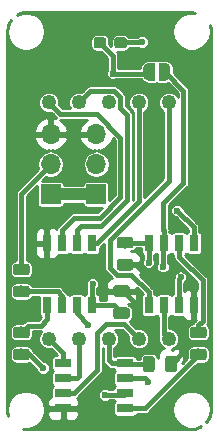
<source format=gbr>
G04 #@! TF.GenerationSoftware,KiCad,Pcbnew,(5.0.0)*
G04 #@! TF.CreationDate,2018-11-25T17:17:40-05:00*
G04 #@! TF.ProjectId,addressable_7seg,6164647265737361626C655F37736567,0.1a*
G04 #@! TF.SameCoordinates,Original*
G04 #@! TF.FileFunction,Copper,L1,Top,Signal*
G04 #@! TF.FilePolarity,Positive*
%FSLAX46Y46*%
G04 Gerber Fmt 4.6, Leading zero omitted, Abs format (unit mm)*
G04 Created by KiCad (PCBNEW (5.0.0)) date 11/25/18 17:17:40*
%MOMM*%
%LPD*%
G01*
G04 APERTURE LIST*
G04 #@! TA.AperFunction,ComponentPad*
%ADD10C,1.250000*%
G04 #@! TD*
G04 #@! TA.AperFunction,Conductor*
%ADD11C,0.100000*%
G04 #@! TD*
G04 #@! TA.AperFunction,SMDPad,CuDef*
%ADD12C,0.975000*%
G04 #@! TD*
G04 #@! TA.AperFunction,ComponentPad*
%ADD13R,1.700000X1.700000*%
G04 #@! TD*
G04 #@! TA.AperFunction,ComponentPad*
%ADD14O,1.700000X1.700000*%
G04 #@! TD*
G04 #@! TA.AperFunction,SMDPad,CuDef*
%ADD15R,0.800000X1.450000*%
G04 #@! TD*
G04 #@! TA.AperFunction,SMDPad,CuDef*
%ADD16R,1.450000X0.800000*%
G04 #@! TD*
G04 #@! TA.AperFunction,SMDPad,CuDef*
%ADD17C,0.950000*%
G04 #@! TD*
G04 #@! TA.AperFunction,SMDPad,CuDef*
%ADD18C,0.500000*%
G04 #@! TD*
G04 #@! TA.AperFunction,ViaPad*
%ADD19C,0.600000*%
G04 #@! TD*
G04 #@! TA.AperFunction,Conductor*
%ADD20C,0.400000*%
G04 #@! TD*
G04 #@! TA.AperFunction,Conductor*
%ADD21C,1.000000*%
G04 #@! TD*
G04 #@! TA.AperFunction,Conductor*
%ADD22C,0.254000*%
G04 #@! TD*
G04 APERTURE END LIST*
D10*
G04 #@! TO.P,U4,1*
G04 #@! TO.N,E*
X175325000Y-135000000D03*
G04 #@! TO.P,U4,2*
G04 #@! TO.N,D*
X172785000Y-135000000D03*
G04 #@! TO.P,U4,3*
G04 #@! TO.N,VCC*
X170245000Y-135000000D03*
G04 #@! TO.P,U4,4*
G04 #@! TO.N,C*
X167705000Y-135000000D03*
G04 #@! TO.P,U4,5*
G04 #@! TO.N,DP*
X165165000Y-135000000D03*
G04 #@! TO.P,U4,6*
G04 #@! TO.N,B*
X165165000Y-115000000D03*
G04 #@! TO.P,U4,7*
G04 #@! TO.N,A*
X167705000Y-115000000D03*
G04 #@! TO.P,U4,8*
G04 #@! TO.N,VCC*
X170245000Y-115000000D03*
G04 #@! TO.P,U4,9*
G04 #@! TO.N,F*
X172785000Y-115000000D03*
G04 #@! TO.P,U4,10*
G04 #@! TO.N,G*
X175325000Y-115000000D03*
G04 #@! TD*
D11*
G04 #@! TO.N,Net-(R1-Pad1)*
G04 #@! TO.C,R1*
G36*
X163322142Y-130509174D02*
X163345803Y-130512684D01*
X163369007Y-130518496D01*
X163391529Y-130526554D01*
X163413153Y-130536782D01*
X163433670Y-130549079D01*
X163452883Y-130563329D01*
X163470607Y-130579393D01*
X163486671Y-130597117D01*
X163500921Y-130616330D01*
X163513218Y-130636847D01*
X163523446Y-130658471D01*
X163531504Y-130680993D01*
X163537316Y-130704197D01*
X163540826Y-130727858D01*
X163542000Y-130751750D01*
X163542000Y-131239250D01*
X163540826Y-131263142D01*
X163537316Y-131286803D01*
X163531504Y-131310007D01*
X163523446Y-131332529D01*
X163513218Y-131354153D01*
X163500921Y-131374670D01*
X163486671Y-131393883D01*
X163470607Y-131411607D01*
X163452883Y-131427671D01*
X163433670Y-131441921D01*
X163413153Y-131454218D01*
X163391529Y-131464446D01*
X163369007Y-131472504D01*
X163345803Y-131478316D01*
X163322142Y-131481826D01*
X163298250Y-131483000D01*
X162385750Y-131483000D01*
X162361858Y-131481826D01*
X162338197Y-131478316D01*
X162314993Y-131472504D01*
X162292471Y-131464446D01*
X162270847Y-131454218D01*
X162250330Y-131441921D01*
X162231117Y-131427671D01*
X162213393Y-131411607D01*
X162197329Y-131393883D01*
X162183079Y-131374670D01*
X162170782Y-131354153D01*
X162160554Y-131332529D01*
X162152496Y-131310007D01*
X162146684Y-131286803D01*
X162143174Y-131263142D01*
X162142000Y-131239250D01*
X162142000Y-130751750D01*
X162143174Y-130727858D01*
X162146684Y-130704197D01*
X162152496Y-130680993D01*
X162160554Y-130658471D01*
X162170782Y-130636847D01*
X162183079Y-130616330D01*
X162197329Y-130597117D01*
X162213393Y-130579393D01*
X162231117Y-130563329D01*
X162250330Y-130549079D01*
X162270847Y-130536782D01*
X162292471Y-130526554D01*
X162314993Y-130518496D01*
X162338197Y-130512684D01*
X162361858Y-130509174D01*
X162385750Y-130508000D01*
X163298250Y-130508000D01*
X163322142Y-130509174D01*
X163322142Y-130509174D01*
G37*
D12*
G04 #@! TD*
G04 #@! TO.P,R1,1*
G04 #@! TO.N,Net-(R1-Pad1)*
X162842000Y-130995500D03*
D11*
G04 #@! TO.N,IN*
G04 #@! TO.C,R1*
G36*
X163322142Y-128634174D02*
X163345803Y-128637684D01*
X163369007Y-128643496D01*
X163391529Y-128651554D01*
X163413153Y-128661782D01*
X163433670Y-128674079D01*
X163452883Y-128688329D01*
X163470607Y-128704393D01*
X163486671Y-128722117D01*
X163500921Y-128741330D01*
X163513218Y-128761847D01*
X163523446Y-128783471D01*
X163531504Y-128805993D01*
X163537316Y-128829197D01*
X163540826Y-128852858D01*
X163542000Y-128876750D01*
X163542000Y-129364250D01*
X163540826Y-129388142D01*
X163537316Y-129411803D01*
X163531504Y-129435007D01*
X163523446Y-129457529D01*
X163513218Y-129479153D01*
X163500921Y-129499670D01*
X163486671Y-129518883D01*
X163470607Y-129536607D01*
X163452883Y-129552671D01*
X163433670Y-129566921D01*
X163413153Y-129579218D01*
X163391529Y-129589446D01*
X163369007Y-129597504D01*
X163345803Y-129603316D01*
X163322142Y-129606826D01*
X163298250Y-129608000D01*
X162385750Y-129608000D01*
X162361858Y-129606826D01*
X162338197Y-129603316D01*
X162314993Y-129597504D01*
X162292471Y-129589446D01*
X162270847Y-129579218D01*
X162250330Y-129566921D01*
X162231117Y-129552671D01*
X162213393Y-129536607D01*
X162197329Y-129518883D01*
X162183079Y-129499670D01*
X162170782Y-129479153D01*
X162160554Y-129457529D01*
X162152496Y-129435007D01*
X162146684Y-129411803D01*
X162143174Y-129388142D01*
X162142000Y-129364250D01*
X162142000Y-128876750D01*
X162143174Y-128852858D01*
X162146684Y-128829197D01*
X162152496Y-128805993D01*
X162160554Y-128783471D01*
X162170782Y-128761847D01*
X162183079Y-128741330D01*
X162197329Y-128722117D01*
X162213393Y-128704393D01*
X162231117Y-128688329D01*
X162250330Y-128674079D01*
X162270847Y-128661782D01*
X162292471Y-128651554D01*
X162314993Y-128643496D01*
X162338197Y-128637684D01*
X162361858Y-128634174D01*
X162385750Y-128633000D01*
X163298250Y-128633000D01*
X163322142Y-128634174D01*
X163322142Y-128634174D01*
G37*
D12*
G04 #@! TD*
G04 #@! TO.P,R1,2*
G04 #@! TO.N,IN*
X162842000Y-129120500D03*
D11*
G04 #@! TO.N,Net-(R2-Pad2)*
G04 #@! TO.C,R2*
G36*
X163322142Y-135843174D02*
X163345803Y-135846684D01*
X163369007Y-135852496D01*
X163391529Y-135860554D01*
X163413153Y-135870782D01*
X163433670Y-135883079D01*
X163452883Y-135897329D01*
X163470607Y-135913393D01*
X163486671Y-135931117D01*
X163500921Y-135950330D01*
X163513218Y-135970847D01*
X163523446Y-135992471D01*
X163531504Y-136014993D01*
X163537316Y-136038197D01*
X163540826Y-136061858D01*
X163542000Y-136085750D01*
X163542000Y-136573250D01*
X163540826Y-136597142D01*
X163537316Y-136620803D01*
X163531504Y-136644007D01*
X163523446Y-136666529D01*
X163513218Y-136688153D01*
X163500921Y-136708670D01*
X163486671Y-136727883D01*
X163470607Y-136745607D01*
X163452883Y-136761671D01*
X163433670Y-136775921D01*
X163413153Y-136788218D01*
X163391529Y-136798446D01*
X163369007Y-136806504D01*
X163345803Y-136812316D01*
X163322142Y-136815826D01*
X163298250Y-136817000D01*
X162385750Y-136817000D01*
X162361858Y-136815826D01*
X162338197Y-136812316D01*
X162314993Y-136806504D01*
X162292471Y-136798446D01*
X162270847Y-136788218D01*
X162250330Y-136775921D01*
X162231117Y-136761671D01*
X162213393Y-136745607D01*
X162197329Y-136727883D01*
X162183079Y-136708670D01*
X162170782Y-136688153D01*
X162160554Y-136666529D01*
X162152496Y-136644007D01*
X162146684Y-136620803D01*
X162143174Y-136597142D01*
X162142000Y-136573250D01*
X162142000Y-136085750D01*
X162143174Y-136061858D01*
X162146684Y-136038197D01*
X162152496Y-136014993D01*
X162160554Y-135992471D01*
X162170782Y-135970847D01*
X162183079Y-135950330D01*
X162197329Y-135931117D01*
X162213393Y-135913393D01*
X162231117Y-135897329D01*
X162250330Y-135883079D01*
X162270847Y-135870782D01*
X162292471Y-135860554D01*
X162314993Y-135852496D01*
X162338197Y-135846684D01*
X162361858Y-135843174D01*
X162385750Y-135842000D01*
X163298250Y-135842000D01*
X163322142Y-135843174D01*
X163322142Y-135843174D01*
G37*
D12*
G04 #@! TD*
G04 #@! TO.P,R2,2*
G04 #@! TO.N,Net-(R2-Pad2)*
X162842000Y-136329500D03*
D11*
G04 #@! TO.N,Net-(R2-Pad1)*
G04 #@! TO.C,R2*
G36*
X163322142Y-133968174D02*
X163345803Y-133971684D01*
X163369007Y-133977496D01*
X163391529Y-133985554D01*
X163413153Y-133995782D01*
X163433670Y-134008079D01*
X163452883Y-134022329D01*
X163470607Y-134038393D01*
X163486671Y-134056117D01*
X163500921Y-134075330D01*
X163513218Y-134095847D01*
X163523446Y-134117471D01*
X163531504Y-134139993D01*
X163537316Y-134163197D01*
X163540826Y-134186858D01*
X163542000Y-134210750D01*
X163542000Y-134698250D01*
X163540826Y-134722142D01*
X163537316Y-134745803D01*
X163531504Y-134769007D01*
X163523446Y-134791529D01*
X163513218Y-134813153D01*
X163500921Y-134833670D01*
X163486671Y-134852883D01*
X163470607Y-134870607D01*
X163452883Y-134886671D01*
X163433670Y-134900921D01*
X163413153Y-134913218D01*
X163391529Y-134923446D01*
X163369007Y-134931504D01*
X163345803Y-134937316D01*
X163322142Y-134940826D01*
X163298250Y-134942000D01*
X162385750Y-134942000D01*
X162361858Y-134940826D01*
X162338197Y-134937316D01*
X162314993Y-134931504D01*
X162292471Y-134923446D01*
X162270847Y-134913218D01*
X162250330Y-134900921D01*
X162231117Y-134886671D01*
X162213393Y-134870607D01*
X162197329Y-134852883D01*
X162183079Y-134833670D01*
X162170782Y-134813153D01*
X162160554Y-134791529D01*
X162152496Y-134769007D01*
X162146684Y-134745803D01*
X162143174Y-134722142D01*
X162142000Y-134698250D01*
X162142000Y-134210750D01*
X162143174Y-134186858D01*
X162146684Y-134163197D01*
X162152496Y-134139993D01*
X162160554Y-134117471D01*
X162170782Y-134095847D01*
X162183079Y-134075330D01*
X162197329Y-134056117D01*
X162213393Y-134038393D01*
X162231117Y-134022329D01*
X162250330Y-134008079D01*
X162270847Y-133995782D01*
X162292471Y-133985554D01*
X162314993Y-133977496D01*
X162338197Y-133971684D01*
X162361858Y-133968174D01*
X162385750Y-133967000D01*
X163298250Y-133967000D01*
X163322142Y-133968174D01*
X163322142Y-133968174D01*
G37*
D12*
G04 #@! TD*
G04 #@! TO.P,R2,1*
G04 #@! TO.N,Net-(R2-Pad1)*
X162842000Y-134454500D03*
D11*
G04 #@! TO.N,Net-(R3-Pad1)*
G04 #@! TO.C,R3*
G36*
X178308142Y-135843174D02*
X178331803Y-135846684D01*
X178355007Y-135852496D01*
X178377529Y-135860554D01*
X178399153Y-135870782D01*
X178419670Y-135883079D01*
X178438883Y-135897329D01*
X178456607Y-135913393D01*
X178472671Y-135931117D01*
X178486921Y-135950330D01*
X178499218Y-135970847D01*
X178509446Y-135992471D01*
X178517504Y-136014993D01*
X178523316Y-136038197D01*
X178526826Y-136061858D01*
X178528000Y-136085750D01*
X178528000Y-136573250D01*
X178526826Y-136597142D01*
X178523316Y-136620803D01*
X178517504Y-136644007D01*
X178509446Y-136666529D01*
X178499218Y-136688153D01*
X178486921Y-136708670D01*
X178472671Y-136727883D01*
X178456607Y-136745607D01*
X178438883Y-136761671D01*
X178419670Y-136775921D01*
X178399153Y-136788218D01*
X178377529Y-136798446D01*
X178355007Y-136806504D01*
X178331803Y-136812316D01*
X178308142Y-136815826D01*
X178284250Y-136817000D01*
X177371750Y-136817000D01*
X177347858Y-136815826D01*
X177324197Y-136812316D01*
X177300993Y-136806504D01*
X177278471Y-136798446D01*
X177256847Y-136788218D01*
X177236330Y-136775921D01*
X177217117Y-136761671D01*
X177199393Y-136745607D01*
X177183329Y-136727883D01*
X177169079Y-136708670D01*
X177156782Y-136688153D01*
X177146554Y-136666529D01*
X177138496Y-136644007D01*
X177132684Y-136620803D01*
X177129174Y-136597142D01*
X177128000Y-136573250D01*
X177128000Y-136085750D01*
X177129174Y-136061858D01*
X177132684Y-136038197D01*
X177138496Y-136014993D01*
X177146554Y-135992471D01*
X177156782Y-135970847D01*
X177169079Y-135950330D01*
X177183329Y-135931117D01*
X177199393Y-135913393D01*
X177217117Y-135897329D01*
X177236330Y-135883079D01*
X177256847Y-135870782D01*
X177278471Y-135860554D01*
X177300993Y-135852496D01*
X177324197Y-135846684D01*
X177347858Y-135843174D01*
X177371750Y-135842000D01*
X178284250Y-135842000D01*
X178308142Y-135843174D01*
X178308142Y-135843174D01*
G37*
D12*
G04 #@! TD*
G04 #@! TO.P,R3,1*
G04 #@! TO.N,Net-(R3-Pad1)*
X177828000Y-136329500D03*
D11*
G04 #@! TO.N,Net-(R3-Pad2)*
G04 #@! TO.C,R3*
G36*
X178308142Y-133968174D02*
X178331803Y-133971684D01*
X178355007Y-133977496D01*
X178377529Y-133985554D01*
X178399153Y-133995782D01*
X178419670Y-134008079D01*
X178438883Y-134022329D01*
X178456607Y-134038393D01*
X178472671Y-134056117D01*
X178486921Y-134075330D01*
X178499218Y-134095847D01*
X178509446Y-134117471D01*
X178517504Y-134139993D01*
X178523316Y-134163197D01*
X178526826Y-134186858D01*
X178528000Y-134210750D01*
X178528000Y-134698250D01*
X178526826Y-134722142D01*
X178523316Y-134745803D01*
X178517504Y-134769007D01*
X178509446Y-134791529D01*
X178499218Y-134813153D01*
X178486921Y-134833670D01*
X178472671Y-134852883D01*
X178456607Y-134870607D01*
X178438883Y-134886671D01*
X178419670Y-134900921D01*
X178399153Y-134913218D01*
X178377529Y-134923446D01*
X178355007Y-134931504D01*
X178331803Y-134937316D01*
X178308142Y-134940826D01*
X178284250Y-134942000D01*
X177371750Y-134942000D01*
X177347858Y-134940826D01*
X177324197Y-134937316D01*
X177300993Y-134931504D01*
X177278471Y-134923446D01*
X177256847Y-134913218D01*
X177236330Y-134900921D01*
X177217117Y-134886671D01*
X177199393Y-134870607D01*
X177183329Y-134852883D01*
X177169079Y-134833670D01*
X177156782Y-134813153D01*
X177146554Y-134791529D01*
X177138496Y-134769007D01*
X177132684Y-134745803D01*
X177129174Y-134722142D01*
X177128000Y-134698250D01*
X177128000Y-134210750D01*
X177129174Y-134186858D01*
X177132684Y-134163197D01*
X177138496Y-134139993D01*
X177146554Y-134117471D01*
X177156782Y-134095847D01*
X177169079Y-134075330D01*
X177183329Y-134056117D01*
X177199393Y-134038393D01*
X177217117Y-134022329D01*
X177236330Y-134008079D01*
X177256847Y-133995782D01*
X177278471Y-133985554D01*
X177300993Y-133977496D01*
X177324197Y-133971684D01*
X177347858Y-133968174D01*
X177371750Y-133967000D01*
X178284250Y-133967000D01*
X178308142Y-133968174D01*
X178308142Y-133968174D01*
G37*
D12*
G04 #@! TD*
G04 #@! TO.P,R3,2*
G04 #@! TO.N,Net-(R3-Pad2)*
X177828000Y-134454500D03*
D13*
G04 #@! TO.P,J1,1*
G04 #@! TO.N,VCC*
X169170000Y-122775000D03*
D14*
G04 #@! TO.P,J1,2*
G04 #@! TO.N,OUT*
X169170000Y-120235000D03*
G04 #@! TO.P,J1,3*
G04 #@! TO.N,GND*
X169170000Y-117695000D03*
G04 #@! TD*
D13*
G04 #@! TO.P,J2,1*
G04 #@! TO.N,VCC*
X165320000Y-122775000D03*
D14*
G04 #@! TO.P,J2,2*
G04 #@! TO.N,IN*
X165320000Y-120235000D03*
G04 #@! TO.P,J2,3*
G04 #@! TO.N,GND*
X165320000Y-117695000D03*
G04 #@! TD*
D15*
G04 #@! TO.P,U1,1*
G04 #@! TO.N,F*
X168811000Y-126925000D03*
G04 #@! TO.P,U1,2*
G04 #@! TO.N,A*
X167541000Y-126925000D03*
G04 #@! TO.P,U1,3*
G04 #@! TO.N,B*
X166271000Y-126925000D03*
G04 #@! TO.P,U1,4*
G04 #@! TO.N,GND*
X165001000Y-126925000D03*
G04 #@! TO.P,U1,8*
G04 #@! TO.N,VCC*
X168811000Y-132175000D03*
G04 #@! TO.P,U1,7*
G04 #@! TO.N,SET*
X167541000Y-132175000D03*
G04 #@! TO.P,U1,6*
G04 #@! TO.N,Net-(R1-Pad1)*
X166271000Y-132175000D03*
G04 #@! TO.P,U1,5*
G04 #@! TO.N,Net-(R2-Pad1)*
X165001000Y-132175000D03*
G04 #@! TD*
D16*
G04 #@! TO.P,U2,5*
G04 #@! TO.N,Net-(R3-Pad1)*
X171645000Y-140905000D03*
G04 #@! TO.P,U2,6*
G04 #@! TO.N,Net-(R2-Pad2)*
X171645000Y-139635000D03*
G04 #@! TO.P,U2,7*
G04 #@! TO.N,SET*
X171645000Y-138365000D03*
G04 #@! TO.P,U2,8*
G04 #@! TO.N,VCC*
X171645000Y-137095000D03*
G04 #@! TO.P,U2,4*
G04 #@! TO.N,GND*
X166395000Y-140905000D03*
G04 #@! TO.P,U2,3*
G04 #@! TO.N,D*
X166395000Y-139635000D03*
G04 #@! TO.P,U2,2*
G04 #@! TO.N,C*
X166395000Y-138365000D03*
G04 #@! TO.P,U2,1*
G04 #@! TO.N,DP*
X166395000Y-137095000D03*
G04 #@! TD*
D15*
G04 #@! TO.P,U3,5*
G04 #@! TO.N,OUT*
X177447000Y-126925000D03*
G04 #@! TO.P,U3,6*
G04 #@! TO.N,Net-(R3-Pad2)*
X176177000Y-126925000D03*
G04 #@! TO.P,U3,7*
G04 #@! TO.N,SET*
X174907000Y-126925000D03*
G04 #@! TO.P,U3,8*
G04 #@! TO.N,VCC*
X173637000Y-126925000D03*
G04 #@! TO.P,U3,4*
G04 #@! TO.N,GND*
X177447000Y-132175000D03*
G04 #@! TO.P,U3,3*
G04 #@! TO.N,Net-(D1-Pad1)*
X176177000Y-132175000D03*
G04 #@! TO.P,U3,2*
G04 #@! TO.N,E*
X174907000Y-132175000D03*
G04 #@! TO.P,U3,1*
G04 #@! TO.N,G*
X173637000Y-132175000D03*
G04 #@! TD*
D11*
G04 #@! TO.N,Net-(D1-Pad1)*
G04 #@! TO.C,D1*
G36*
X171555779Y-109476144D02*
X171578834Y-109479563D01*
X171601443Y-109485227D01*
X171623387Y-109493079D01*
X171644457Y-109503044D01*
X171664448Y-109515026D01*
X171683168Y-109528910D01*
X171700438Y-109544562D01*
X171716090Y-109561832D01*
X171729974Y-109580552D01*
X171741956Y-109600543D01*
X171751921Y-109621613D01*
X171759773Y-109643557D01*
X171765437Y-109666166D01*
X171768856Y-109689221D01*
X171770000Y-109712500D01*
X171770000Y-110187500D01*
X171768856Y-110210779D01*
X171765437Y-110233834D01*
X171759773Y-110256443D01*
X171751921Y-110278387D01*
X171741956Y-110299457D01*
X171729974Y-110319448D01*
X171716090Y-110338168D01*
X171700438Y-110355438D01*
X171683168Y-110371090D01*
X171664448Y-110384974D01*
X171644457Y-110396956D01*
X171623387Y-110406921D01*
X171601443Y-110414773D01*
X171578834Y-110420437D01*
X171555779Y-110423856D01*
X171532500Y-110425000D01*
X170957500Y-110425000D01*
X170934221Y-110423856D01*
X170911166Y-110420437D01*
X170888557Y-110414773D01*
X170866613Y-110406921D01*
X170845543Y-110396956D01*
X170825552Y-110384974D01*
X170806832Y-110371090D01*
X170789562Y-110355438D01*
X170773910Y-110338168D01*
X170760026Y-110319448D01*
X170748044Y-110299457D01*
X170738079Y-110278387D01*
X170730227Y-110256443D01*
X170724563Y-110233834D01*
X170721144Y-110210779D01*
X170720000Y-110187500D01*
X170720000Y-109712500D01*
X170721144Y-109689221D01*
X170724563Y-109666166D01*
X170730227Y-109643557D01*
X170738079Y-109621613D01*
X170748044Y-109600543D01*
X170760026Y-109580552D01*
X170773910Y-109561832D01*
X170789562Y-109544562D01*
X170806832Y-109528910D01*
X170825552Y-109515026D01*
X170845543Y-109503044D01*
X170866613Y-109493079D01*
X170888557Y-109485227D01*
X170911166Y-109479563D01*
X170934221Y-109476144D01*
X170957500Y-109475000D01*
X171532500Y-109475000D01*
X171555779Y-109476144D01*
X171555779Y-109476144D01*
G37*
D17*
G04 #@! TD*
G04 #@! TO.P,D1,1*
G04 #@! TO.N,Net-(D1-Pad1)*
X171245000Y-109950000D03*
D11*
G04 #@! TO.N,VCC*
G04 #@! TO.C,D1*
G36*
X169805779Y-109476144D02*
X169828834Y-109479563D01*
X169851443Y-109485227D01*
X169873387Y-109493079D01*
X169894457Y-109503044D01*
X169914448Y-109515026D01*
X169933168Y-109528910D01*
X169950438Y-109544562D01*
X169966090Y-109561832D01*
X169979974Y-109580552D01*
X169991956Y-109600543D01*
X170001921Y-109621613D01*
X170009773Y-109643557D01*
X170015437Y-109666166D01*
X170018856Y-109689221D01*
X170020000Y-109712500D01*
X170020000Y-110187500D01*
X170018856Y-110210779D01*
X170015437Y-110233834D01*
X170009773Y-110256443D01*
X170001921Y-110278387D01*
X169991956Y-110299457D01*
X169979974Y-110319448D01*
X169966090Y-110338168D01*
X169950438Y-110355438D01*
X169933168Y-110371090D01*
X169914448Y-110384974D01*
X169894457Y-110396956D01*
X169873387Y-110406921D01*
X169851443Y-110414773D01*
X169828834Y-110420437D01*
X169805779Y-110423856D01*
X169782500Y-110425000D01*
X169207500Y-110425000D01*
X169184221Y-110423856D01*
X169161166Y-110420437D01*
X169138557Y-110414773D01*
X169116613Y-110406921D01*
X169095543Y-110396956D01*
X169075552Y-110384974D01*
X169056832Y-110371090D01*
X169039562Y-110355438D01*
X169023910Y-110338168D01*
X169010026Y-110319448D01*
X168998044Y-110299457D01*
X168988079Y-110278387D01*
X168980227Y-110256443D01*
X168974563Y-110233834D01*
X168971144Y-110210779D01*
X168970000Y-110187500D01*
X168970000Y-109712500D01*
X168971144Y-109689221D01*
X168974563Y-109666166D01*
X168980227Y-109643557D01*
X168988079Y-109621613D01*
X168998044Y-109600543D01*
X169010026Y-109580552D01*
X169023910Y-109561832D01*
X169039562Y-109544562D01*
X169056832Y-109528910D01*
X169075552Y-109515026D01*
X169095543Y-109503044D01*
X169116613Y-109493079D01*
X169138557Y-109485227D01*
X169161166Y-109479563D01*
X169184221Y-109476144D01*
X169207500Y-109475000D01*
X169782500Y-109475000D01*
X169805779Y-109476144D01*
X169805779Y-109476144D01*
G37*
D17*
G04 #@! TD*
G04 #@! TO.P,D1,2*
G04 #@! TO.N,VCC*
X169495000Y-109950000D03*
D18*
G04 #@! TO.P,JP1,1*
G04 #@! TO.N,VCC*
X173670000Y-112400000D03*
D11*
G04 #@! TD*
G04 #@! TO.N,VCC*
G04 #@! TO.C,JP1*
G36*
X174170000Y-113150000D02*
X173670000Y-113150000D01*
X173670000Y-113149398D01*
X173645466Y-113149398D01*
X173596635Y-113144588D01*
X173548510Y-113135016D01*
X173501555Y-113120772D01*
X173456222Y-113101995D01*
X173412949Y-113078864D01*
X173372150Y-113051604D01*
X173334221Y-113020476D01*
X173299524Y-112985779D01*
X173268396Y-112947850D01*
X173241136Y-112907051D01*
X173218005Y-112863778D01*
X173199228Y-112818445D01*
X173184984Y-112771490D01*
X173175412Y-112723365D01*
X173170602Y-112674534D01*
X173170602Y-112650000D01*
X173170000Y-112650000D01*
X173170000Y-112150000D01*
X173170602Y-112150000D01*
X173170602Y-112125466D01*
X173175412Y-112076635D01*
X173184984Y-112028510D01*
X173199228Y-111981555D01*
X173218005Y-111936222D01*
X173241136Y-111892949D01*
X173268396Y-111852150D01*
X173299524Y-111814221D01*
X173334221Y-111779524D01*
X173372150Y-111748396D01*
X173412949Y-111721136D01*
X173456222Y-111698005D01*
X173501555Y-111679228D01*
X173548510Y-111664984D01*
X173596635Y-111655412D01*
X173645466Y-111650602D01*
X173670000Y-111650602D01*
X173670000Y-111650000D01*
X174170000Y-111650000D01*
X174170000Y-113150000D01*
X174170000Y-113150000D01*
G37*
D18*
G04 #@! TO.P,JP1,2*
G04 #@! TO.N,SET*
X174970000Y-112400000D03*
D11*
G04 #@! TD*
G04 #@! TO.N,SET*
G04 #@! TO.C,JP1*
G36*
X174970000Y-111650602D02*
X174994534Y-111650602D01*
X175043365Y-111655412D01*
X175091490Y-111664984D01*
X175138445Y-111679228D01*
X175183778Y-111698005D01*
X175227051Y-111721136D01*
X175267850Y-111748396D01*
X175305779Y-111779524D01*
X175340476Y-111814221D01*
X175371604Y-111852150D01*
X175398864Y-111892949D01*
X175421995Y-111936222D01*
X175440772Y-111981555D01*
X175455016Y-112028510D01*
X175464588Y-112076635D01*
X175469398Y-112125466D01*
X175469398Y-112150000D01*
X175470000Y-112150000D01*
X175470000Y-112650000D01*
X175469398Y-112650000D01*
X175469398Y-112674534D01*
X175464588Y-112723365D01*
X175455016Y-112771490D01*
X175440772Y-112818445D01*
X175421995Y-112863778D01*
X175398864Y-112907051D01*
X175371604Y-112947850D01*
X175340476Y-112985779D01*
X175305779Y-113020476D01*
X175267850Y-113051604D01*
X175227051Y-113078864D01*
X175183778Y-113101995D01*
X175138445Y-113120772D01*
X175091490Y-113135016D01*
X175043365Y-113144588D01*
X174994534Y-113149398D01*
X174970000Y-113149398D01*
X174970000Y-113150000D01*
X174470000Y-113150000D01*
X174470000Y-111650000D01*
X174970000Y-111650000D01*
X174970000Y-111650602D01*
X174970000Y-111650602D01*
G37*
G04 #@! TO.N,VCC*
G04 #@! TO.C,C1*
G36*
X171800142Y-132351174D02*
X171823803Y-132354684D01*
X171847007Y-132360496D01*
X171869529Y-132368554D01*
X171891153Y-132378782D01*
X171911670Y-132391079D01*
X171930883Y-132405329D01*
X171948607Y-132421393D01*
X171964671Y-132439117D01*
X171978921Y-132458330D01*
X171991218Y-132478847D01*
X172001446Y-132500471D01*
X172009504Y-132522993D01*
X172015316Y-132546197D01*
X172018826Y-132569858D01*
X172020000Y-132593750D01*
X172020000Y-133081250D01*
X172018826Y-133105142D01*
X172015316Y-133128803D01*
X172009504Y-133152007D01*
X172001446Y-133174529D01*
X171991218Y-133196153D01*
X171978921Y-133216670D01*
X171964671Y-133235883D01*
X171948607Y-133253607D01*
X171930883Y-133269671D01*
X171911670Y-133283921D01*
X171891153Y-133296218D01*
X171869529Y-133306446D01*
X171847007Y-133314504D01*
X171823803Y-133320316D01*
X171800142Y-133323826D01*
X171776250Y-133325000D01*
X170863750Y-133325000D01*
X170839858Y-133323826D01*
X170816197Y-133320316D01*
X170792993Y-133314504D01*
X170770471Y-133306446D01*
X170748847Y-133296218D01*
X170728330Y-133283921D01*
X170709117Y-133269671D01*
X170691393Y-133253607D01*
X170675329Y-133235883D01*
X170661079Y-133216670D01*
X170648782Y-133196153D01*
X170638554Y-133174529D01*
X170630496Y-133152007D01*
X170624684Y-133128803D01*
X170621174Y-133105142D01*
X170620000Y-133081250D01*
X170620000Y-132593750D01*
X170621174Y-132569858D01*
X170624684Y-132546197D01*
X170630496Y-132522993D01*
X170638554Y-132500471D01*
X170648782Y-132478847D01*
X170661079Y-132458330D01*
X170675329Y-132439117D01*
X170691393Y-132421393D01*
X170709117Y-132405329D01*
X170728330Y-132391079D01*
X170748847Y-132378782D01*
X170770471Y-132368554D01*
X170792993Y-132360496D01*
X170816197Y-132354684D01*
X170839858Y-132351174D01*
X170863750Y-132350000D01*
X171776250Y-132350000D01*
X171800142Y-132351174D01*
X171800142Y-132351174D01*
G37*
D12*
G04 #@! TD*
G04 #@! TO.P,C1,1*
G04 #@! TO.N,VCC*
X171320000Y-132837500D03*
D11*
G04 #@! TO.N,GND*
G04 #@! TO.C,C1*
G36*
X171800142Y-130476174D02*
X171823803Y-130479684D01*
X171847007Y-130485496D01*
X171869529Y-130493554D01*
X171891153Y-130503782D01*
X171911670Y-130516079D01*
X171930883Y-130530329D01*
X171948607Y-130546393D01*
X171964671Y-130564117D01*
X171978921Y-130583330D01*
X171991218Y-130603847D01*
X172001446Y-130625471D01*
X172009504Y-130647993D01*
X172015316Y-130671197D01*
X172018826Y-130694858D01*
X172020000Y-130718750D01*
X172020000Y-131206250D01*
X172018826Y-131230142D01*
X172015316Y-131253803D01*
X172009504Y-131277007D01*
X172001446Y-131299529D01*
X171991218Y-131321153D01*
X171978921Y-131341670D01*
X171964671Y-131360883D01*
X171948607Y-131378607D01*
X171930883Y-131394671D01*
X171911670Y-131408921D01*
X171891153Y-131421218D01*
X171869529Y-131431446D01*
X171847007Y-131439504D01*
X171823803Y-131445316D01*
X171800142Y-131448826D01*
X171776250Y-131450000D01*
X170863750Y-131450000D01*
X170839858Y-131448826D01*
X170816197Y-131445316D01*
X170792993Y-131439504D01*
X170770471Y-131431446D01*
X170748847Y-131421218D01*
X170728330Y-131408921D01*
X170709117Y-131394671D01*
X170691393Y-131378607D01*
X170675329Y-131360883D01*
X170661079Y-131341670D01*
X170648782Y-131321153D01*
X170638554Y-131299529D01*
X170630496Y-131277007D01*
X170624684Y-131253803D01*
X170621174Y-131230142D01*
X170620000Y-131206250D01*
X170620000Y-130718750D01*
X170621174Y-130694858D01*
X170624684Y-130671197D01*
X170630496Y-130647993D01*
X170638554Y-130625471D01*
X170648782Y-130603847D01*
X170661079Y-130583330D01*
X170675329Y-130564117D01*
X170691393Y-130546393D01*
X170709117Y-130530329D01*
X170728330Y-130516079D01*
X170748847Y-130503782D01*
X170770471Y-130493554D01*
X170792993Y-130485496D01*
X170816197Y-130479684D01*
X170839858Y-130476174D01*
X170863750Y-130475000D01*
X171776250Y-130475000D01*
X171800142Y-130476174D01*
X171800142Y-130476174D01*
G37*
D12*
G04 #@! TD*
G04 #@! TO.P,C1,2*
G04 #@! TO.N,GND*
X171320000Y-130962500D03*
D11*
G04 #@! TO.N,GND*
G04 #@! TO.C,C2*
G36*
X172100142Y-128251174D02*
X172123803Y-128254684D01*
X172147007Y-128260496D01*
X172169529Y-128268554D01*
X172191153Y-128278782D01*
X172211670Y-128291079D01*
X172230883Y-128305329D01*
X172248607Y-128321393D01*
X172264671Y-128339117D01*
X172278921Y-128358330D01*
X172291218Y-128378847D01*
X172301446Y-128400471D01*
X172309504Y-128422993D01*
X172315316Y-128446197D01*
X172318826Y-128469858D01*
X172320000Y-128493750D01*
X172320000Y-128981250D01*
X172318826Y-129005142D01*
X172315316Y-129028803D01*
X172309504Y-129052007D01*
X172301446Y-129074529D01*
X172291218Y-129096153D01*
X172278921Y-129116670D01*
X172264671Y-129135883D01*
X172248607Y-129153607D01*
X172230883Y-129169671D01*
X172211670Y-129183921D01*
X172191153Y-129196218D01*
X172169529Y-129206446D01*
X172147007Y-129214504D01*
X172123803Y-129220316D01*
X172100142Y-129223826D01*
X172076250Y-129225000D01*
X171163750Y-129225000D01*
X171139858Y-129223826D01*
X171116197Y-129220316D01*
X171092993Y-129214504D01*
X171070471Y-129206446D01*
X171048847Y-129196218D01*
X171028330Y-129183921D01*
X171009117Y-129169671D01*
X170991393Y-129153607D01*
X170975329Y-129135883D01*
X170961079Y-129116670D01*
X170948782Y-129096153D01*
X170938554Y-129074529D01*
X170930496Y-129052007D01*
X170924684Y-129028803D01*
X170921174Y-129005142D01*
X170920000Y-128981250D01*
X170920000Y-128493750D01*
X170921174Y-128469858D01*
X170924684Y-128446197D01*
X170930496Y-128422993D01*
X170938554Y-128400471D01*
X170948782Y-128378847D01*
X170961079Y-128358330D01*
X170975329Y-128339117D01*
X170991393Y-128321393D01*
X171009117Y-128305329D01*
X171028330Y-128291079D01*
X171048847Y-128278782D01*
X171070471Y-128268554D01*
X171092993Y-128260496D01*
X171116197Y-128254684D01*
X171139858Y-128251174D01*
X171163750Y-128250000D01*
X172076250Y-128250000D01*
X172100142Y-128251174D01*
X172100142Y-128251174D01*
G37*
D12*
G04 #@! TD*
G04 #@! TO.P,C2,2*
G04 #@! TO.N,GND*
X171620000Y-128737500D03*
D11*
G04 #@! TO.N,VCC*
G04 #@! TO.C,C2*
G36*
X172100142Y-126376174D02*
X172123803Y-126379684D01*
X172147007Y-126385496D01*
X172169529Y-126393554D01*
X172191153Y-126403782D01*
X172211670Y-126416079D01*
X172230883Y-126430329D01*
X172248607Y-126446393D01*
X172264671Y-126464117D01*
X172278921Y-126483330D01*
X172291218Y-126503847D01*
X172301446Y-126525471D01*
X172309504Y-126547993D01*
X172315316Y-126571197D01*
X172318826Y-126594858D01*
X172320000Y-126618750D01*
X172320000Y-127106250D01*
X172318826Y-127130142D01*
X172315316Y-127153803D01*
X172309504Y-127177007D01*
X172301446Y-127199529D01*
X172291218Y-127221153D01*
X172278921Y-127241670D01*
X172264671Y-127260883D01*
X172248607Y-127278607D01*
X172230883Y-127294671D01*
X172211670Y-127308921D01*
X172191153Y-127321218D01*
X172169529Y-127331446D01*
X172147007Y-127339504D01*
X172123803Y-127345316D01*
X172100142Y-127348826D01*
X172076250Y-127350000D01*
X171163750Y-127350000D01*
X171139858Y-127348826D01*
X171116197Y-127345316D01*
X171092993Y-127339504D01*
X171070471Y-127331446D01*
X171048847Y-127321218D01*
X171028330Y-127308921D01*
X171009117Y-127294671D01*
X170991393Y-127278607D01*
X170975329Y-127260883D01*
X170961079Y-127241670D01*
X170948782Y-127221153D01*
X170938554Y-127199529D01*
X170930496Y-127177007D01*
X170924684Y-127153803D01*
X170921174Y-127130142D01*
X170920000Y-127106250D01*
X170920000Y-126618750D01*
X170921174Y-126594858D01*
X170924684Y-126571197D01*
X170930496Y-126547993D01*
X170938554Y-126525471D01*
X170948782Y-126503847D01*
X170961079Y-126483330D01*
X170975329Y-126464117D01*
X170991393Y-126446393D01*
X171009117Y-126430329D01*
X171028330Y-126416079D01*
X171048847Y-126403782D01*
X171070471Y-126393554D01*
X171092993Y-126385496D01*
X171116197Y-126379684D01*
X171139858Y-126376174D01*
X171163750Y-126375000D01*
X172076250Y-126375000D01*
X172100142Y-126376174D01*
X172100142Y-126376174D01*
G37*
D12*
G04 #@! TD*
G04 #@! TO.P,C2,1*
G04 #@! TO.N,VCC*
X171620000Y-126862500D03*
D11*
G04 #@! TO.N,VCC*
G04 #@! TO.C,C3*
G36*
X173900142Y-136451174D02*
X173923803Y-136454684D01*
X173947007Y-136460496D01*
X173969529Y-136468554D01*
X173991153Y-136478782D01*
X174011670Y-136491079D01*
X174030883Y-136505329D01*
X174048607Y-136521393D01*
X174064671Y-136539117D01*
X174078921Y-136558330D01*
X174091218Y-136578847D01*
X174101446Y-136600471D01*
X174109504Y-136622993D01*
X174115316Y-136646197D01*
X174118826Y-136669858D01*
X174120000Y-136693750D01*
X174120000Y-137606250D01*
X174118826Y-137630142D01*
X174115316Y-137653803D01*
X174109504Y-137677007D01*
X174101446Y-137699529D01*
X174091218Y-137721153D01*
X174078921Y-137741670D01*
X174064671Y-137760883D01*
X174048607Y-137778607D01*
X174030883Y-137794671D01*
X174011670Y-137808921D01*
X173991153Y-137821218D01*
X173969529Y-137831446D01*
X173947007Y-137839504D01*
X173923803Y-137845316D01*
X173900142Y-137848826D01*
X173876250Y-137850000D01*
X173388750Y-137850000D01*
X173364858Y-137848826D01*
X173341197Y-137845316D01*
X173317993Y-137839504D01*
X173295471Y-137831446D01*
X173273847Y-137821218D01*
X173253330Y-137808921D01*
X173234117Y-137794671D01*
X173216393Y-137778607D01*
X173200329Y-137760883D01*
X173186079Y-137741670D01*
X173173782Y-137721153D01*
X173163554Y-137699529D01*
X173155496Y-137677007D01*
X173149684Y-137653803D01*
X173146174Y-137630142D01*
X173145000Y-137606250D01*
X173145000Y-136693750D01*
X173146174Y-136669858D01*
X173149684Y-136646197D01*
X173155496Y-136622993D01*
X173163554Y-136600471D01*
X173173782Y-136578847D01*
X173186079Y-136558330D01*
X173200329Y-136539117D01*
X173216393Y-136521393D01*
X173234117Y-136505329D01*
X173253330Y-136491079D01*
X173273847Y-136478782D01*
X173295471Y-136468554D01*
X173317993Y-136460496D01*
X173341197Y-136454684D01*
X173364858Y-136451174D01*
X173388750Y-136450000D01*
X173876250Y-136450000D01*
X173900142Y-136451174D01*
X173900142Y-136451174D01*
G37*
D12*
G04 #@! TD*
G04 #@! TO.P,C3,1*
G04 #@! TO.N,VCC*
X173632500Y-137150000D03*
D11*
G04 #@! TO.N,GND*
G04 #@! TO.C,C3*
G36*
X175775142Y-136451174D02*
X175798803Y-136454684D01*
X175822007Y-136460496D01*
X175844529Y-136468554D01*
X175866153Y-136478782D01*
X175886670Y-136491079D01*
X175905883Y-136505329D01*
X175923607Y-136521393D01*
X175939671Y-136539117D01*
X175953921Y-136558330D01*
X175966218Y-136578847D01*
X175976446Y-136600471D01*
X175984504Y-136622993D01*
X175990316Y-136646197D01*
X175993826Y-136669858D01*
X175995000Y-136693750D01*
X175995000Y-137606250D01*
X175993826Y-137630142D01*
X175990316Y-137653803D01*
X175984504Y-137677007D01*
X175976446Y-137699529D01*
X175966218Y-137721153D01*
X175953921Y-137741670D01*
X175939671Y-137760883D01*
X175923607Y-137778607D01*
X175905883Y-137794671D01*
X175886670Y-137808921D01*
X175866153Y-137821218D01*
X175844529Y-137831446D01*
X175822007Y-137839504D01*
X175798803Y-137845316D01*
X175775142Y-137848826D01*
X175751250Y-137850000D01*
X175263750Y-137850000D01*
X175239858Y-137848826D01*
X175216197Y-137845316D01*
X175192993Y-137839504D01*
X175170471Y-137831446D01*
X175148847Y-137821218D01*
X175128330Y-137808921D01*
X175109117Y-137794671D01*
X175091393Y-137778607D01*
X175075329Y-137760883D01*
X175061079Y-137741670D01*
X175048782Y-137721153D01*
X175038554Y-137699529D01*
X175030496Y-137677007D01*
X175024684Y-137653803D01*
X175021174Y-137630142D01*
X175020000Y-137606250D01*
X175020000Y-136693750D01*
X175021174Y-136669858D01*
X175024684Y-136646197D01*
X175030496Y-136622993D01*
X175038554Y-136600471D01*
X175048782Y-136578847D01*
X175061079Y-136558330D01*
X175075329Y-136539117D01*
X175091393Y-136521393D01*
X175109117Y-136505329D01*
X175128330Y-136491079D01*
X175148847Y-136478782D01*
X175170471Y-136468554D01*
X175192993Y-136460496D01*
X175216197Y-136454684D01*
X175239858Y-136451174D01*
X175263750Y-136450000D01*
X175751250Y-136450000D01*
X175775142Y-136451174D01*
X175775142Y-136451174D01*
G37*
D12*
G04 #@! TD*
G04 #@! TO.P,C3,2*
G04 #@! TO.N,GND*
X175507500Y-137150000D03*
D19*
G04 #@! TO.N,Net-(D1-Pad1)*
X176320000Y-129800000D03*
X173070000Y-109900000D03*
G04 #@! TO.N,VCC*
X168870000Y-130350000D03*
X173620000Y-128550000D03*
X170570000Y-112550000D03*
G04 #@! TO.N,OUT*
X176020000Y-124150000D03*
G04 #@! TO.N,GND*
X176470000Y-136250000D03*
X177520000Y-130850000D03*
X167820000Y-140900000D03*
X172470000Y-131950000D03*
X173270000Y-129450000D03*
G04 #@! TO.N,SET*
X173570000Y-138650000D03*
X174820000Y-128900000D03*
X168520000Y-133800000D03*
G04 #@! TO.N,Net-(R2-Pad2)*
X164670000Y-137500000D03*
X169920000Y-139750000D03*
G04 #@! TD*
D20*
G04 #@! TO.N,Net-(D1-Pad1)*
X176177000Y-132175000D02*
X176177000Y-129943000D01*
X176177000Y-129943000D02*
X176320000Y-129800000D01*
X171295000Y-109900000D02*
X171245000Y-109950000D01*
X173070000Y-109900000D02*
X171295000Y-109900000D01*
D21*
G04 #@! TO.N,VCC*
X165320000Y-122775000D02*
X169170000Y-122775000D01*
D20*
X170520000Y-137095000D02*
X171645000Y-137095000D01*
X170245000Y-136820000D02*
X170520000Y-137095000D01*
X170245000Y-135000000D02*
X170245000Y-136820000D01*
X171712500Y-137162500D02*
X171645000Y-137095000D01*
X173820000Y-137162500D02*
X171712500Y-137162500D01*
X168811000Y-132175000D02*
X168811000Y-130409000D01*
X168811000Y-130409000D02*
X168870000Y-130350000D01*
X173574500Y-126862500D02*
X173637000Y-126925000D01*
X171620000Y-126862500D02*
X173574500Y-126862500D01*
X173637000Y-126925000D02*
X173637000Y-128533000D01*
X173637000Y-128533000D02*
X173620000Y-128550000D01*
X170657500Y-132175000D02*
X171320000Y-132837500D01*
X168811000Y-132175000D02*
X170657500Y-132175000D01*
X170570000Y-111025000D02*
X169495000Y-109950000D01*
X170570000Y-112550000D02*
X170570000Y-111025000D01*
X173520000Y-112550000D02*
X173670000Y-112400000D01*
X170570000Y-112550000D02*
X173520000Y-112550000D01*
G04 #@! TO.N,OUT*
X177447000Y-126925000D02*
X177447000Y-125577000D01*
X177447000Y-125577000D02*
X176020000Y-124150000D01*
G04 #@! TO.N,GND*
X175507500Y-137150000D02*
X175570000Y-137150000D01*
X175570000Y-137150000D02*
X176470000Y-136250000D01*
X177447000Y-132175000D02*
X177447000Y-130923000D01*
X177447000Y-130923000D02*
X177520000Y-130850000D01*
X166395000Y-140905000D02*
X167815000Y-140905000D01*
X167815000Y-140905000D02*
X167820000Y-140900000D01*
X171320000Y-130962500D02*
X171482500Y-130962500D01*
X171482500Y-130962500D02*
X172470000Y-131950000D01*
X171620000Y-128737500D02*
X172557500Y-128737500D01*
X172557500Y-128737500D02*
X173270000Y-129450000D01*
G04 #@! TO.N,IN*
X162842000Y-122713000D02*
X165320000Y-120235000D01*
X162842000Y-129120500D02*
X162842000Y-122713000D01*
G04 #@! TO.N,SET*
X171645000Y-138365000D02*
X173285000Y-138365000D01*
X173285000Y-138365000D02*
X173570000Y-138650000D01*
X174820000Y-127012000D02*
X174907000Y-126925000D01*
X174820000Y-128900000D02*
X174820000Y-127012000D01*
X174907000Y-125800000D02*
X174870000Y-125763000D01*
X174907000Y-126925000D02*
X174907000Y-125800000D01*
X174870000Y-125763000D02*
X174870000Y-123500000D01*
X174870000Y-123500000D02*
X176570000Y-121800000D01*
X176570000Y-114000000D02*
X174970000Y-112400000D01*
X176570000Y-121800000D02*
X176570000Y-114000000D01*
X167541000Y-132175000D02*
X167541000Y-132821000D01*
X167541000Y-132821000D02*
X168520000Y-133800000D01*
G04 #@! TO.N,Net-(R1-Pad1)*
X166271000Y-131351000D02*
X166271000Y-132175000D01*
X162842000Y-130995500D02*
X165915500Y-130995500D01*
X165915500Y-130995500D02*
X166271000Y-131351000D01*
G04 #@! TO.N,Net-(R2-Pad2)*
X162842000Y-136329500D02*
X163499500Y-136329500D01*
X163499500Y-136329500D02*
X164670000Y-137500000D01*
X171530000Y-139750000D02*
X171645000Y-139635000D01*
X169920000Y-139750000D02*
X171530000Y-139750000D01*
G04 #@! TO.N,Net-(R2-Pad1)*
X163398237Y-133898263D02*
X164471737Y-133898263D01*
X162842000Y-134454500D02*
X163398237Y-133898263D01*
X165001000Y-133369000D02*
X165001000Y-132175000D01*
X164471737Y-133898263D02*
X165001000Y-133369000D01*
G04 #@! TO.N,Net-(R3-Pad1)*
X177271763Y-136885737D02*
X177828000Y-136329500D01*
X177271763Y-136925443D02*
X177271763Y-136885737D01*
X173292206Y-140905000D02*
X177271763Y-136925443D01*
X171645000Y-140905000D02*
X173292206Y-140905000D01*
G04 #@! TO.N,Net-(R3-Pad2)*
X176177000Y-128050000D02*
X176177000Y-126925000D01*
X178197001Y-130070001D02*
X176177000Y-128050000D01*
X178197001Y-133497999D02*
X178197001Y-130070001D01*
X177828000Y-133867000D02*
X178197001Y-133497999D01*
X177828000Y-134454500D02*
X177828000Y-133867000D01*
G04 #@! TO.N,F*
X169239962Y-126925000D02*
X172785000Y-123379962D01*
X172785000Y-123379962D02*
X172785000Y-115883883D01*
X168811000Y-126925000D02*
X169239962Y-126925000D01*
X172785000Y-115883883D02*
X172785000Y-115000000D01*
G04 #@! TO.N,A*
X171786977Y-123227357D02*
X171786977Y-116034977D01*
X171220001Y-115468001D02*
X171220001Y-114531999D01*
X171786977Y-116034977D02*
X171220001Y-115468001D01*
X168680001Y-114024999D02*
X168329999Y-114375001D01*
X171220001Y-114531999D02*
X170713001Y-114024999D01*
X169564334Y-125450000D02*
X171786977Y-123227357D01*
X167541000Y-126925000D02*
X167541000Y-125800000D01*
X167891000Y-125450000D02*
X169564334Y-125450000D01*
X170713001Y-114024999D02*
X168680001Y-114024999D01*
X168329999Y-114375001D02*
X167705000Y-115000000D01*
X167541000Y-125800000D02*
X167891000Y-125450000D01*
G04 #@! TO.N,B*
X171236966Y-117985964D02*
X169226003Y-115975001D01*
X167321000Y-124750000D02*
X169486501Y-124750000D01*
X166140001Y-115975001D02*
X165789999Y-115624999D01*
X166271000Y-126925000D02*
X166271000Y-125800000D01*
X169486501Y-124750000D02*
X171236966Y-122999535D01*
X169226003Y-115975001D02*
X166140001Y-115975001D01*
X166271000Y-125800000D02*
X167321000Y-124750000D01*
X165789999Y-115624999D02*
X165165000Y-115000000D01*
X171236966Y-122999535D02*
X171236966Y-117985964D01*
G04 #@! TO.N,DP*
X166395000Y-136230000D02*
X165165000Y-135000000D01*
X166395000Y-137095000D02*
X166395000Y-136230000D01*
G04 #@! TO.N,C*
X167705000Y-135883883D02*
X167705000Y-135000000D01*
X167705000Y-138180000D02*
X167705000Y-135883883D01*
X167520000Y-138365000D02*
X167705000Y-138180000D01*
X166395000Y-138365000D02*
X167520000Y-138365000D01*
G04 #@! TO.N,D*
X169269999Y-134531999D02*
X170051998Y-133750000D01*
X169269999Y-137631118D02*
X169269999Y-134531999D01*
X166395000Y-139635000D02*
X167266117Y-139635000D01*
X167266117Y-139635000D02*
X169269999Y-137631118D01*
X171535000Y-133750000D02*
X172785000Y-135000000D01*
X170051998Y-133750000D02*
X171535000Y-133750000D01*
G04 #@! TO.N,E*
X174907000Y-134582000D02*
X175325000Y-135000000D01*
X174907000Y-132175000D02*
X174907000Y-134582000D01*
G04 #@! TO.N,G*
X170917804Y-129575010D02*
X170320000Y-128977206D01*
X172162010Y-129575010D02*
X170917804Y-129575010D01*
X173637000Y-132175000D02*
X173637000Y-131050000D01*
X173637000Y-131050000D02*
X172162010Y-129575010D01*
X175325000Y-121617794D02*
X175325000Y-115883883D01*
X170320000Y-126622794D02*
X175325000Y-121617794D01*
X170320000Y-128977206D02*
X170320000Y-126622794D01*
X175325000Y-115883883D02*
X175325000Y-115000000D01*
G04 #@! TD*
D22*
G04 #@! TO.N,GND*
G36*
X177503392Y-107398818D02*
X176961974Y-107398818D01*
X176431000Y-107592077D01*
X175998146Y-107955285D01*
X175715620Y-108444633D01*
X175617500Y-109001100D01*
X175715620Y-109557567D01*
X175998146Y-110046915D01*
X176431000Y-110410123D01*
X176961974Y-110603382D01*
X177527026Y-110603382D01*
X178058000Y-110410123D01*
X178490854Y-110046915D01*
X178773380Y-109557567D01*
X178871500Y-109001100D01*
X178775508Y-108456701D01*
X178869388Y-108770615D01*
X178887500Y-109014341D01*
X178887501Y-140975663D01*
X178817965Y-141461213D01*
X178625582Y-141884338D01*
X178501735Y-142028068D01*
X178773380Y-141557567D01*
X178871500Y-141001100D01*
X178773380Y-140444633D01*
X178490854Y-139955285D01*
X178058000Y-139592077D01*
X177527026Y-139398818D01*
X176961974Y-139398818D01*
X176431000Y-139592077D01*
X175998146Y-139955285D01*
X175715620Y-140444633D01*
X175617500Y-141001100D01*
X175715620Y-141557567D01*
X175998146Y-142046915D01*
X176431000Y-142410123D01*
X176961974Y-142603382D01*
X177527026Y-142603382D01*
X178049432Y-142413241D01*
X177932132Y-142489272D01*
X177474985Y-142625988D01*
X177231259Y-142644100D01*
X163269930Y-142644100D01*
X162985608Y-142603382D01*
X163527026Y-142603382D01*
X164058000Y-142410123D01*
X164490854Y-142046915D01*
X164773380Y-141557567D01*
X164838059Y-141190750D01*
X165035000Y-141190750D01*
X165035000Y-141431310D01*
X165131673Y-141664699D01*
X165310302Y-141843327D01*
X165543691Y-141940000D01*
X166109250Y-141940000D01*
X166268000Y-141781250D01*
X166268000Y-141032000D01*
X166522000Y-141032000D01*
X166522000Y-141781250D01*
X166680750Y-141940000D01*
X167246309Y-141940000D01*
X167479698Y-141843327D01*
X167658327Y-141664699D01*
X167755000Y-141431310D01*
X167755000Y-141190750D01*
X167596250Y-141032000D01*
X166522000Y-141032000D01*
X166268000Y-141032000D01*
X165193750Y-141032000D01*
X165035000Y-141190750D01*
X164838059Y-141190750D01*
X164871500Y-141001100D01*
X164773380Y-140444633D01*
X164490854Y-139955285D01*
X164058000Y-139592077D01*
X163527026Y-139398818D01*
X162961974Y-139398818D01*
X162431000Y-139592077D01*
X161998146Y-139955285D01*
X161715620Y-140444633D01*
X161617500Y-141001100D01*
X161713492Y-141545497D01*
X161619612Y-141231585D01*
X161601500Y-140987859D01*
X161601500Y-136085750D01*
X161859574Y-136085750D01*
X161859574Y-136573250D01*
X161899627Y-136774609D01*
X162013687Y-136945313D01*
X162184391Y-137059373D01*
X162385750Y-137099426D01*
X163298250Y-137099426D01*
X163499609Y-137059373D01*
X163532690Y-137037269D01*
X164093000Y-137597580D01*
X164093000Y-137614772D01*
X164180843Y-137826844D01*
X164343156Y-137989157D01*
X164555228Y-138077000D01*
X164784772Y-138077000D01*
X164996844Y-137989157D01*
X165159157Y-137826844D01*
X165247000Y-137614772D01*
X165247000Y-137385228D01*
X165159157Y-137173156D01*
X164996844Y-137010843D01*
X164784772Y-136923000D01*
X164767580Y-136923000D01*
X163870008Y-136025429D01*
X163843397Y-135985603D01*
X163798544Y-135955633D01*
X163784373Y-135884391D01*
X163670313Y-135713687D01*
X163499609Y-135599627D01*
X163298250Y-135559574D01*
X162385750Y-135559574D01*
X162184391Y-135599627D01*
X162013687Y-135713687D01*
X161899627Y-135884391D01*
X161859574Y-136085750D01*
X161601500Y-136085750D01*
X161601500Y-128876750D01*
X161859574Y-128876750D01*
X161859574Y-129364250D01*
X161899627Y-129565609D01*
X162013687Y-129736313D01*
X162184391Y-129850373D01*
X162385750Y-129890426D01*
X163298250Y-129890426D01*
X163499609Y-129850373D01*
X163670313Y-129736313D01*
X163784373Y-129565609D01*
X163824426Y-129364250D01*
X163824426Y-128876750D01*
X163784373Y-128675391D01*
X163670313Y-128504687D01*
X163499609Y-128390627D01*
X163319000Y-128354701D01*
X163319000Y-127210750D01*
X163966000Y-127210750D01*
X163966000Y-127776309D01*
X164062673Y-128009698D01*
X164241301Y-128188327D01*
X164474690Y-128285000D01*
X164715250Y-128285000D01*
X164874000Y-128126250D01*
X164874000Y-127052000D01*
X164124750Y-127052000D01*
X163966000Y-127210750D01*
X163319000Y-127210750D01*
X163319000Y-126073691D01*
X163966000Y-126073691D01*
X163966000Y-126639250D01*
X164124750Y-126798000D01*
X164874000Y-126798000D01*
X164874000Y-125723750D01*
X164715250Y-125565000D01*
X164474690Y-125565000D01*
X164241301Y-125661673D01*
X164062673Y-125840302D01*
X163966000Y-126073691D01*
X163319000Y-126073691D01*
X163319000Y-122910579D01*
X164187574Y-122042005D01*
X164187574Y-123625000D01*
X164209072Y-123733080D01*
X164270295Y-123824705D01*
X164361920Y-123885928D01*
X164470000Y-123907426D01*
X166170000Y-123907426D01*
X166278080Y-123885928D01*
X166369705Y-123824705D01*
X166430928Y-123733080D01*
X166452426Y-123625000D01*
X166452426Y-123552000D01*
X168037574Y-123552000D01*
X168037574Y-123625000D01*
X168059072Y-123733080D01*
X168120295Y-123824705D01*
X168211920Y-123885928D01*
X168320000Y-123907426D01*
X169654496Y-123907426D01*
X169288922Y-124273000D01*
X167367970Y-124273000D01*
X167320999Y-124263657D01*
X167274028Y-124273000D01*
X167274025Y-124273000D01*
X167134884Y-124300677D01*
X166977103Y-124406103D01*
X166950494Y-124445926D01*
X165966927Y-125429494D01*
X165927104Y-125456103D01*
X165900495Y-125495926D01*
X165900494Y-125495927D01*
X165821677Y-125613885D01*
X165803632Y-125704606D01*
X165760699Y-125661673D01*
X165527310Y-125565000D01*
X165286750Y-125565000D01*
X165128000Y-125723750D01*
X165128000Y-126798000D01*
X165148000Y-126798000D01*
X165148000Y-127052000D01*
X165128000Y-127052000D01*
X165128000Y-128126250D01*
X165286750Y-128285000D01*
X165527310Y-128285000D01*
X165760699Y-128188327D01*
X165939327Y-128009698D01*
X165971334Y-127932426D01*
X166671000Y-127932426D01*
X166779080Y-127910928D01*
X166870705Y-127849705D01*
X166906000Y-127796883D01*
X166941295Y-127849705D01*
X167032920Y-127910928D01*
X167141000Y-127932426D01*
X167941000Y-127932426D01*
X168049080Y-127910928D01*
X168140705Y-127849705D01*
X168176000Y-127796883D01*
X168211295Y-127849705D01*
X168302920Y-127910928D01*
X168411000Y-127932426D01*
X169211000Y-127932426D01*
X169319080Y-127910928D01*
X169410705Y-127849705D01*
X169471928Y-127758080D01*
X169493426Y-127650000D01*
X169493426Y-127329322D01*
X169583859Y-127268897D01*
X169610470Y-127229071D01*
X169843001Y-126996540D01*
X169843000Y-128930235D01*
X169833657Y-128977206D01*
X169843000Y-129024177D01*
X169843000Y-129024180D01*
X169870677Y-129163321D01*
X169976103Y-129321103D01*
X170015928Y-129347714D01*
X170508214Y-129840000D01*
X170493690Y-129840000D01*
X170260301Y-129936673D01*
X170081673Y-130115302D01*
X169985000Y-130348691D01*
X169985000Y-130676750D01*
X170143750Y-130835500D01*
X171193000Y-130835500D01*
X171193000Y-130815500D01*
X171447000Y-130815500D01*
X171447000Y-130835500D01*
X172496250Y-130835500D01*
X172622085Y-130709665D01*
X173112478Y-131200058D01*
X173037295Y-131250295D01*
X172976072Y-131341920D01*
X172954574Y-131450000D01*
X172954574Y-132900000D01*
X172976072Y-133008080D01*
X173037295Y-133099705D01*
X173128920Y-133160928D01*
X173237000Y-133182426D01*
X174037000Y-133182426D01*
X174145080Y-133160928D01*
X174236705Y-133099705D01*
X174272000Y-133046883D01*
X174307295Y-133099705D01*
X174398920Y-133160928D01*
X174430000Y-133167110D01*
X174430001Y-134535024D01*
X174420657Y-134582000D01*
X174453477Y-134747002D01*
X174423000Y-134820581D01*
X174423000Y-135179419D01*
X174560322Y-135510942D01*
X174814058Y-135764678D01*
X174935545Y-135815000D01*
X174893691Y-135815000D01*
X174660302Y-135911673D01*
X174481673Y-136090301D01*
X174385000Y-136323690D01*
X174385000Y-136606144D01*
X174362373Y-136492391D01*
X174248313Y-136321687D01*
X174077609Y-136207627D01*
X173876250Y-136167574D01*
X173388750Y-136167574D01*
X173187391Y-136207627D01*
X173016687Y-136321687D01*
X172902627Y-136492391D01*
X172864215Y-136685500D01*
X172650536Y-136685500D01*
X172630928Y-136586920D01*
X172569705Y-136495295D01*
X172478080Y-136434072D01*
X172370000Y-136412574D01*
X170920000Y-136412574D01*
X170811920Y-136434072D01*
X170722000Y-136494156D01*
X170722000Y-135778737D01*
X170755942Y-135764678D01*
X171009678Y-135510942D01*
X171147000Y-135179419D01*
X171147000Y-134820581D01*
X171009678Y-134489058D01*
X170755942Y-134235322D01*
X170735851Y-134227000D01*
X171337421Y-134227000D01*
X171897059Y-134786639D01*
X171883000Y-134820581D01*
X171883000Y-135179419D01*
X172020322Y-135510942D01*
X172274058Y-135764678D01*
X172605581Y-135902000D01*
X172964419Y-135902000D01*
X173295942Y-135764678D01*
X173549678Y-135510942D01*
X173687000Y-135179419D01*
X173687000Y-134820581D01*
X173549678Y-134489058D01*
X173295942Y-134235322D01*
X172964419Y-134098000D01*
X172605581Y-134098000D01*
X172571639Y-134112059D01*
X172007188Y-133547609D01*
X172148313Y-133453313D01*
X172262373Y-133282609D01*
X172302426Y-133081250D01*
X172302426Y-132593750D01*
X172262373Y-132392391D01*
X172148313Y-132221687D01*
X171977609Y-132107627D01*
X171863856Y-132085000D01*
X172146310Y-132085000D01*
X172379699Y-131988327D01*
X172558327Y-131809698D01*
X172655000Y-131576309D01*
X172655000Y-131248250D01*
X172496250Y-131089500D01*
X171447000Y-131089500D01*
X171447000Y-131109500D01*
X171193000Y-131109500D01*
X171193000Y-131089500D01*
X170143750Y-131089500D01*
X169985000Y-131248250D01*
X169985000Y-131576309D01*
X170035406Y-131698000D01*
X169493426Y-131698000D01*
X169493426Y-131450000D01*
X169471928Y-131341920D01*
X169410705Y-131250295D01*
X169319080Y-131189072D01*
X169288000Y-131182890D01*
X169288000Y-130748001D01*
X169359157Y-130676844D01*
X169447000Y-130464772D01*
X169447000Y-130235228D01*
X169359157Y-130023156D01*
X169196844Y-129860843D01*
X168984772Y-129773000D01*
X168755228Y-129773000D01*
X168543156Y-129860843D01*
X168380843Y-130023156D01*
X168293000Y-130235228D01*
X168293000Y-130464772D01*
X168334001Y-130563757D01*
X168334001Y-131182890D01*
X168302920Y-131189072D01*
X168211295Y-131250295D01*
X168176000Y-131303117D01*
X168140705Y-131250295D01*
X168049080Y-131189072D01*
X167941000Y-131167574D01*
X167141000Y-131167574D01*
X167032920Y-131189072D01*
X166941295Y-131250295D01*
X166906000Y-131303117D01*
X166870705Y-131250295D01*
X166779080Y-131189072D01*
X166722912Y-131177900D01*
X166720323Y-131164884D01*
X166614897Y-131007103D01*
X166575074Y-130980494D01*
X166286007Y-130691428D01*
X166259397Y-130651603D01*
X166101616Y-130546177D01*
X165962475Y-130518500D01*
X165962471Y-130518500D01*
X165915500Y-130509157D01*
X165868529Y-130518500D01*
X163763064Y-130518500D01*
X163670313Y-130379687D01*
X163499609Y-130265627D01*
X163298250Y-130225574D01*
X162385750Y-130225574D01*
X162184391Y-130265627D01*
X162013687Y-130379687D01*
X161899627Y-130550391D01*
X161859574Y-130751750D01*
X161859574Y-131239250D01*
X161899627Y-131440609D01*
X162013687Y-131611313D01*
X162184391Y-131725373D01*
X162385750Y-131765426D01*
X163298250Y-131765426D01*
X163499609Y-131725373D01*
X163670313Y-131611313D01*
X163763064Y-131472500D01*
X164318574Y-131472500D01*
X164318574Y-132900000D01*
X164340072Y-133008080D01*
X164401295Y-133099705D01*
X164492920Y-133160928D01*
X164524000Y-133167110D01*
X164524000Y-133171420D01*
X164274158Y-133421263D01*
X163445208Y-133421263D01*
X163398237Y-133411920D01*
X163351266Y-133421263D01*
X163351262Y-133421263D01*
X163212121Y-133448940D01*
X163141802Y-133495926D01*
X163054340Y-133554366D01*
X163027731Y-133594189D01*
X162937346Y-133684574D01*
X162385750Y-133684574D01*
X162184391Y-133724627D01*
X162013687Y-133838687D01*
X161899627Y-134009391D01*
X161859574Y-134210750D01*
X161859574Y-134698250D01*
X161899627Y-134899609D01*
X162013687Y-135070313D01*
X162184391Y-135184373D01*
X162385750Y-135224426D01*
X163298250Y-135224426D01*
X163499609Y-135184373D01*
X163670313Y-135070313D01*
X163784373Y-134899609D01*
X163824426Y-134698250D01*
X163824426Y-134375263D01*
X164424766Y-134375263D01*
X164471737Y-134384606D01*
X164512977Y-134376403D01*
X164400322Y-134489058D01*
X164263000Y-134820581D01*
X164263000Y-135179419D01*
X164400322Y-135510942D01*
X164654058Y-135764678D01*
X164985581Y-135902000D01*
X165344419Y-135902000D01*
X165378361Y-135887941D01*
X165902994Y-136412574D01*
X165670000Y-136412574D01*
X165561920Y-136434072D01*
X165470295Y-136495295D01*
X165409072Y-136586920D01*
X165387574Y-136695000D01*
X165387574Y-137495000D01*
X165409072Y-137603080D01*
X165470295Y-137694705D01*
X165523117Y-137730000D01*
X165470295Y-137765295D01*
X165409072Y-137856920D01*
X165387574Y-137965000D01*
X165387574Y-138765000D01*
X165409072Y-138873080D01*
X165470295Y-138964705D01*
X165523117Y-139000000D01*
X165470295Y-139035295D01*
X165409072Y-139126920D01*
X165387574Y-139235000D01*
X165387574Y-139934666D01*
X165310302Y-139966673D01*
X165131673Y-140145301D01*
X165035000Y-140378690D01*
X165035000Y-140619250D01*
X165193750Y-140778000D01*
X166268000Y-140778000D01*
X166268000Y-140758000D01*
X166522000Y-140758000D01*
X166522000Y-140778000D01*
X167596250Y-140778000D01*
X167755000Y-140619250D01*
X167755000Y-140378690D01*
X167658327Y-140145301D01*
X167539223Y-140026198D01*
X167610014Y-139978897D01*
X167636625Y-139939071D01*
X169574074Y-138001623D01*
X169613896Y-137975015D01*
X169653545Y-137915677D01*
X169719322Y-137817234D01*
X169729653Y-137765295D01*
X169746999Y-137678093D01*
X169746999Y-137678090D01*
X169756342Y-137631119D01*
X169746999Y-137584148D01*
X169746999Y-135770038D01*
X169768000Y-135778737D01*
X169768001Y-136773024D01*
X169758657Y-136820000D01*
X169795677Y-137006115D01*
X169866133Y-137111559D01*
X169901104Y-137163897D01*
X169940927Y-137190506D01*
X170149492Y-137399071D01*
X170176103Y-137438897D01*
X170333884Y-137544323D01*
X170473025Y-137572000D01*
X170473029Y-137572000D01*
X170520000Y-137581343D01*
X170566971Y-137572000D01*
X170652890Y-137572000D01*
X170659072Y-137603080D01*
X170720295Y-137694705D01*
X170773117Y-137730000D01*
X170720295Y-137765295D01*
X170659072Y-137856920D01*
X170637574Y-137965000D01*
X170637574Y-138765000D01*
X170659072Y-138873080D01*
X170720295Y-138964705D01*
X170773117Y-139000000D01*
X170720295Y-139035295D01*
X170659072Y-139126920D01*
X170637574Y-139235000D01*
X170637574Y-139273000D01*
X170259001Y-139273000D01*
X170246844Y-139260843D01*
X170034772Y-139173000D01*
X169805228Y-139173000D01*
X169593156Y-139260843D01*
X169430843Y-139423156D01*
X169343000Y-139635228D01*
X169343000Y-139864772D01*
X169430843Y-140076844D01*
X169593156Y-140239157D01*
X169805228Y-140327000D01*
X170034772Y-140327000D01*
X170246844Y-140239157D01*
X170259001Y-140227000D01*
X170715147Y-140227000D01*
X170720295Y-140234705D01*
X170773117Y-140270000D01*
X170720295Y-140305295D01*
X170659072Y-140396920D01*
X170637574Y-140505000D01*
X170637574Y-141305000D01*
X170659072Y-141413080D01*
X170720295Y-141504705D01*
X170811920Y-141565928D01*
X170920000Y-141587426D01*
X172370000Y-141587426D01*
X172478080Y-141565928D01*
X172569705Y-141504705D01*
X172630928Y-141413080D01*
X172637110Y-141382000D01*
X173245235Y-141382000D01*
X173292206Y-141391343D01*
X173339177Y-141382000D01*
X173339181Y-141382000D01*
X173478322Y-141354323D01*
X173636103Y-141248897D01*
X173662714Y-141209071D01*
X177575835Y-137295950D01*
X177615660Y-137269340D01*
X177721086Y-137111559D01*
X177721226Y-137110853D01*
X177732653Y-137099426D01*
X178284250Y-137099426D01*
X178485609Y-137059373D01*
X178656313Y-136945313D01*
X178770373Y-136774609D01*
X178810426Y-136573250D01*
X178810426Y-136085750D01*
X178770373Y-135884391D01*
X178656313Y-135713687D01*
X178485609Y-135599627D01*
X178284250Y-135559574D01*
X177371750Y-135559574D01*
X177170391Y-135599627D01*
X176999687Y-135713687D01*
X176885627Y-135884391D01*
X176845574Y-136085750D01*
X176845574Y-136573250D01*
X176859637Y-136643951D01*
X176822440Y-136699621D01*
X176822299Y-136700328D01*
X176499629Y-137022998D01*
X176471252Y-137022998D01*
X176630000Y-136864250D01*
X176630000Y-136323690D01*
X176533327Y-136090301D01*
X176354698Y-135911673D01*
X176121309Y-135815000D01*
X175793250Y-135815000D01*
X175634502Y-135973748D01*
X175634502Y-135848118D01*
X175835942Y-135764678D01*
X176089678Y-135510942D01*
X176227000Y-135179419D01*
X176227000Y-134820581D01*
X176089678Y-134489058D01*
X175835942Y-134235322D01*
X175504419Y-134098000D01*
X175384000Y-134098000D01*
X175384000Y-133167110D01*
X175415080Y-133160928D01*
X175506705Y-133099705D01*
X175542000Y-133046883D01*
X175577295Y-133099705D01*
X175668920Y-133160928D01*
X175777000Y-133182426D01*
X176476666Y-133182426D01*
X176508673Y-133259698D01*
X176687301Y-133438327D01*
X176920690Y-133535000D01*
X177161250Y-133535000D01*
X177320000Y-133376250D01*
X177320000Y-132302000D01*
X177300000Y-132302000D01*
X177300000Y-132048000D01*
X177320000Y-132048000D01*
X177320000Y-130973750D01*
X177161250Y-130815000D01*
X176920690Y-130815000D01*
X176687301Y-130911673D01*
X176654000Y-130944974D01*
X176654000Y-130282001D01*
X176809157Y-130126844D01*
X176897000Y-129914772D01*
X176897000Y-129685228D01*
X176809157Y-129473156D01*
X176646844Y-129310843D01*
X176434772Y-129223000D01*
X176205228Y-129223000D01*
X175993156Y-129310843D01*
X175830843Y-129473156D01*
X175743000Y-129685228D01*
X175743000Y-129733953D01*
X175727677Y-129756885D01*
X175690657Y-129943000D01*
X175700001Y-129989976D01*
X175700000Y-131182890D01*
X175668920Y-131189072D01*
X175577295Y-131250295D01*
X175542000Y-131303117D01*
X175506705Y-131250295D01*
X175415080Y-131189072D01*
X175307000Y-131167574D01*
X174507000Y-131167574D01*
X174398920Y-131189072D01*
X174307295Y-131250295D01*
X174272000Y-131303117D01*
X174236705Y-131250295D01*
X174145080Y-131189072D01*
X174114000Y-131182890D01*
X174114000Y-131096971D01*
X174123343Y-131050000D01*
X174114000Y-131003029D01*
X174114000Y-131003025D01*
X174086323Y-130863884D01*
X173980897Y-130706103D01*
X173941074Y-130679494D01*
X172852302Y-129590723D01*
X172858327Y-129584698D01*
X172955000Y-129351309D01*
X172955000Y-129023250D01*
X172796250Y-128864500D01*
X171747000Y-128864500D01*
X171747000Y-128884500D01*
X171493000Y-128884500D01*
X171493000Y-128864500D01*
X171473000Y-128864500D01*
X171473000Y-128610500D01*
X171493000Y-128610500D01*
X171493000Y-128590500D01*
X171747000Y-128590500D01*
X171747000Y-128610500D01*
X172796250Y-128610500D01*
X172955000Y-128451750D01*
X172955000Y-128123691D01*
X172858327Y-127890302D01*
X172679699Y-127711673D01*
X172446310Y-127615000D01*
X172163856Y-127615000D01*
X172277609Y-127592373D01*
X172448313Y-127478313D01*
X172541064Y-127339500D01*
X172954574Y-127339500D01*
X172954574Y-127650000D01*
X172976072Y-127758080D01*
X173037295Y-127849705D01*
X173128920Y-127910928D01*
X173160001Y-127917110D01*
X173160001Y-128193998D01*
X173130843Y-128223156D01*
X173043000Y-128435228D01*
X173043000Y-128664772D01*
X173130843Y-128876844D01*
X173293156Y-129039157D01*
X173505228Y-129127000D01*
X173734772Y-129127000D01*
X173946844Y-129039157D01*
X174109157Y-128876844D01*
X174197000Y-128664772D01*
X174197000Y-128435228D01*
X174114000Y-128234848D01*
X174114000Y-127917110D01*
X174145080Y-127910928D01*
X174236705Y-127849705D01*
X174272000Y-127796883D01*
X174307295Y-127849705D01*
X174343001Y-127873563D01*
X174343000Y-128560999D01*
X174330843Y-128573156D01*
X174243000Y-128785228D01*
X174243000Y-129014772D01*
X174330843Y-129226844D01*
X174493156Y-129389157D01*
X174705228Y-129477000D01*
X174934772Y-129477000D01*
X175146844Y-129389157D01*
X175309157Y-129226844D01*
X175397000Y-129014772D01*
X175397000Y-128785228D01*
X175309157Y-128573156D01*
X175297000Y-128560999D01*
X175297000Y-127932426D01*
X175307000Y-127932426D01*
X175415080Y-127910928D01*
X175506705Y-127849705D01*
X175542000Y-127796883D01*
X175577295Y-127849705D01*
X175668920Y-127910928D01*
X175700000Y-127917110D01*
X175700000Y-128003028D01*
X175690657Y-128050000D01*
X175700000Y-128096971D01*
X175700000Y-128096974D01*
X175727677Y-128236115D01*
X175833103Y-128393897D01*
X175872929Y-128420508D01*
X177720002Y-130267582D01*
X177720002Y-130827748D01*
X177574000Y-130973750D01*
X177574000Y-132048000D01*
X177594000Y-132048000D01*
X177594000Y-132302000D01*
X177574000Y-132302000D01*
X177574000Y-133376250D01*
X177609085Y-133411335D01*
X177523926Y-133496495D01*
X177484104Y-133523103D01*
X177457495Y-133562926D01*
X177457494Y-133562927D01*
X177378677Y-133680885D01*
X177377943Y-133684574D01*
X177371750Y-133684574D01*
X177170391Y-133724627D01*
X176999687Y-133838687D01*
X176885627Y-134009391D01*
X176845574Y-134210750D01*
X176845574Y-134698250D01*
X176885627Y-134899609D01*
X176999687Y-135070313D01*
X177170391Y-135184373D01*
X177371750Y-135224426D01*
X178284250Y-135224426D01*
X178485609Y-135184373D01*
X178656313Y-135070313D01*
X178770373Y-134899609D01*
X178810426Y-134698250D01*
X178810426Y-134210750D01*
X178770373Y-134009391D01*
X178656313Y-133838687D01*
X178578004Y-133786363D01*
X178646324Y-133684115D01*
X178674001Y-133544974D01*
X178674001Y-133544971D01*
X178683344Y-133498000D01*
X178674001Y-133451029D01*
X178674001Y-130116972D01*
X178683344Y-130070001D01*
X178674001Y-130023030D01*
X178674001Y-130023026D01*
X178646324Y-129883885D01*
X178540898Y-129726104D01*
X178501075Y-129699495D01*
X176701521Y-127899942D01*
X176776705Y-127849705D01*
X176812000Y-127796883D01*
X176847295Y-127849705D01*
X176938920Y-127910928D01*
X177047000Y-127932426D01*
X177847000Y-127932426D01*
X177955080Y-127910928D01*
X178046705Y-127849705D01*
X178107928Y-127758080D01*
X178129426Y-127650000D01*
X178129426Y-126200000D01*
X178107928Y-126091920D01*
X178046705Y-126000295D01*
X177955080Y-125939072D01*
X177924000Y-125932890D01*
X177924000Y-125623971D01*
X177933343Y-125577000D01*
X177924000Y-125530029D01*
X177924000Y-125530025D01*
X177896323Y-125390884D01*
X177790897Y-125233103D01*
X177751074Y-125206494D01*
X176597000Y-124052421D01*
X176597000Y-124035228D01*
X176509157Y-123823156D01*
X176346844Y-123660843D01*
X176134772Y-123573000D01*
X175905228Y-123573000D01*
X175693156Y-123660843D01*
X175530843Y-123823156D01*
X175443000Y-124035228D01*
X175443000Y-124264772D01*
X175530843Y-124476844D01*
X175693156Y-124639157D01*
X175905228Y-124727000D01*
X175922421Y-124727000D01*
X176970001Y-125774581D01*
X176970001Y-125932890D01*
X176938920Y-125939072D01*
X176847295Y-126000295D01*
X176812000Y-126053117D01*
X176776705Y-126000295D01*
X176685080Y-125939072D01*
X176577000Y-125917574D01*
X175777000Y-125917574D01*
X175668920Y-125939072D01*
X175577295Y-126000295D01*
X175542000Y-126053117D01*
X175506705Y-126000295D01*
X175415080Y-125939072D01*
X175384000Y-125932890D01*
X175384000Y-125846971D01*
X175393343Y-125800000D01*
X175384000Y-125753029D01*
X175384000Y-125753025D01*
X175356323Y-125613884D01*
X175347000Y-125599931D01*
X175347000Y-123697579D01*
X176874075Y-122170505D01*
X176913897Y-122143897D01*
X176981260Y-122043082D01*
X177019323Y-121986116D01*
X177032103Y-121921868D01*
X177047000Y-121846975D01*
X177047000Y-121846972D01*
X177056343Y-121800001D01*
X177047000Y-121753030D01*
X177047000Y-114046975D01*
X177056344Y-114000000D01*
X177019323Y-113813884D01*
X176940506Y-113695926D01*
X176913897Y-113656103D01*
X176874074Y-113629494D01*
X175752427Y-112507848D01*
X175752427Y-112150000D01*
X175750019Y-112137894D01*
X175750019Y-112100991D01*
X175744592Y-112045892D01*
X175725470Y-111949759D01*
X175709399Y-111896779D01*
X175671890Y-111806223D01*
X175645790Y-111757394D01*
X175591334Y-111675895D01*
X175556211Y-111633097D01*
X175486903Y-111563789D01*
X175444105Y-111528666D01*
X175362606Y-111474210D01*
X175313777Y-111448110D01*
X175223221Y-111410601D01*
X175170241Y-111394530D01*
X175074108Y-111375408D01*
X175019009Y-111369981D01*
X174982106Y-111369981D01*
X174970000Y-111367573D01*
X174470000Y-111367573D01*
X174361920Y-111389071D01*
X174320000Y-111417081D01*
X174278080Y-111389071D01*
X174170000Y-111367573D01*
X173670000Y-111367573D01*
X173657894Y-111369981D01*
X173620991Y-111369981D01*
X173565892Y-111375408D01*
X173469759Y-111394530D01*
X173416779Y-111410601D01*
X173326223Y-111448110D01*
X173277394Y-111474210D01*
X173195895Y-111528666D01*
X173153097Y-111563789D01*
X173083789Y-111633097D01*
X173048666Y-111675895D01*
X172994210Y-111757394D01*
X172968110Y-111806223D01*
X172930601Y-111896779D01*
X172914530Y-111949759D01*
X172895408Y-112045892D01*
X172892738Y-112073000D01*
X171047000Y-112073000D01*
X171047000Y-111071975D01*
X171056344Y-111025000D01*
X171019323Y-110838884D01*
X170940506Y-110720926D01*
X170927498Y-110701458D01*
X170957500Y-110707426D01*
X171532500Y-110707426D01*
X171731467Y-110667849D01*
X171900143Y-110555143D01*
X172012849Y-110386467D01*
X172014732Y-110377000D01*
X172730999Y-110377000D01*
X172743156Y-110389157D01*
X172955228Y-110477000D01*
X173184772Y-110477000D01*
X173396844Y-110389157D01*
X173559157Y-110226844D01*
X173647000Y-110014772D01*
X173647000Y-109785228D01*
X173559157Y-109573156D01*
X173396844Y-109410843D01*
X173184772Y-109323000D01*
X172955228Y-109323000D01*
X172743156Y-109410843D01*
X172730999Y-109423000D01*
X171952357Y-109423000D01*
X171900143Y-109344857D01*
X171731467Y-109232151D01*
X171532500Y-109192574D01*
X170957500Y-109192574D01*
X170758533Y-109232151D01*
X170589857Y-109344857D01*
X170477151Y-109513533D01*
X170437574Y-109712500D01*
X170437574Y-110187500D01*
X170445146Y-110225566D01*
X170302426Y-110082847D01*
X170302426Y-109712500D01*
X170262849Y-109513533D01*
X170150143Y-109344857D01*
X169981467Y-109232151D01*
X169782500Y-109192574D01*
X169207500Y-109192574D01*
X169008533Y-109232151D01*
X168839857Y-109344857D01*
X168727151Y-109513533D01*
X168687574Y-109712500D01*
X168687574Y-110187500D01*
X168727151Y-110386467D01*
X168839857Y-110555143D01*
X169008533Y-110667849D01*
X169207500Y-110707426D01*
X169577847Y-110707426D01*
X170093001Y-111222581D01*
X170093000Y-112210999D01*
X170080843Y-112223156D01*
X169993000Y-112435228D01*
X169993000Y-112664772D01*
X170080843Y-112876844D01*
X170243156Y-113039157D01*
X170455228Y-113127000D01*
X170684772Y-113127000D01*
X170896844Y-113039157D01*
X170909001Y-113027000D01*
X172985868Y-113027000D01*
X172994210Y-113042606D01*
X173048666Y-113124105D01*
X173083789Y-113166903D01*
X173153097Y-113236211D01*
X173195895Y-113271334D01*
X173277394Y-113325790D01*
X173326223Y-113351890D01*
X173416779Y-113389399D01*
X173469759Y-113405470D01*
X173565892Y-113424592D01*
X173620991Y-113430019D01*
X173657894Y-113430019D01*
X173670000Y-113432427D01*
X174170000Y-113432427D01*
X174278080Y-113410929D01*
X174320000Y-113382919D01*
X174361920Y-113410929D01*
X174470000Y-113432427D01*
X174970000Y-113432427D01*
X174982106Y-113430019D01*
X175019009Y-113430019D01*
X175074108Y-113424592D01*
X175170241Y-113405470D01*
X175223221Y-113389399D01*
X175266778Y-113371357D01*
X176093001Y-114197581D01*
X176093001Y-114497080D01*
X176089678Y-114489058D01*
X175835942Y-114235322D01*
X175504419Y-114098000D01*
X175145581Y-114098000D01*
X174814058Y-114235322D01*
X174560322Y-114489058D01*
X174423000Y-114820581D01*
X174423000Y-115179419D01*
X174560322Y-115510942D01*
X174814058Y-115764678D01*
X174848000Y-115778737D01*
X174848000Y-115930857D01*
X174848001Y-115930862D01*
X174848000Y-121420214D01*
X173262000Y-123006214D01*
X173262000Y-115778737D01*
X173295942Y-115764678D01*
X173549678Y-115510942D01*
X173687000Y-115179419D01*
X173687000Y-114820581D01*
X173549678Y-114489058D01*
X173295942Y-114235322D01*
X172964419Y-114098000D01*
X172605581Y-114098000D01*
X172274058Y-114235322D01*
X172020322Y-114489058D01*
X171883000Y-114820581D01*
X171883000Y-115179419D01*
X172020322Y-115510942D01*
X172274058Y-115764678D01*
X172308000Y-115778737D01*
X172308000Y-115930857D01*
X172308001Y-115930862D01*
X172308000Y-123182382D01*
X172271612Y-123218770D01*
X172263977Y-123180386D01*
X172263977Y-116081947D01*
X172273320Y-116034976D01*
X172263977Y-115988005D01*
X172263977Y-115988002D01*
X172236300Y-115848861D01*
X172130874Y-115691080D01*
X172091051Y-115664471D01*
X171697001Y-115270422D01*
X171697001Y-114578969D01*
X171706344Y-114531998D01*
X171697001Y-114485027D01*
X171697001Y-114485024D01*
X171669324Y-114345883D01*
X171658091Y-114329072D01*
X171590507Y-114227925D01*
X171563898Y-114188102D01*
X171524075Y-114161493D01*
X171083508Y-113720927D01*
X171056898Y-113681102D01*
X170899117Y-113575676D01*
X170759976Y-113547999D01*
X170759972Y-113547999D01*
X170713001Y-113538656D01*
X170666030Y-113547999D01*
X168726976Y-113547999D01*
X168680001Y-113538655D01*
X168633026Y-113547999D01*
X168493885Y-113575676D01*
X168336104Y-113681102D01*
X168309495Y-113720925D01*
X168025928Y-114004493D01*
X168025925Y-114004495D01*
X167918361Y-114112059D01*
X167884419Y-114098000D01*
X167525581Y-114098000D01*
X167194058Y-114235322D01*
X166940322Y-114489058D01*
X166803000Y-114820581D01*
X166803000Y-115179419D01*
X166934962Y-115498001D01*
X166337581Y-115498001D01*
X166160507Y-115320928D01*
X166160505Y-115320925D01*
X166052941Y-115213361D01*
X166067000Y-115179419D01*
X166067000Y-114820581D01*
X165929678Y-114489058D01*
X165675942Y-114235322D01*
X165344419Y-114098000D01*
X164985581Y-114098000D01*
X164654058Y-114235322D01*
X164400322Y-114489058D01*
X164263000Y-114820581D01*
X164263000Y-115179419D01*
X164400322Y-115510942D01*
X164654058Y-115764678D01*
X164985581Y-115902000D01*
X165344419Y-115902000D01*
X165378361Y-115887941D01*
X165485925Y-115995505D01*
X165485928Y-115995507D01*
X165769494Y-116279074D01*
X165786952Y-116305201D01*
X165676892Y-116253514D01*
X165447000Y-116374181D01*
X165447000Y-117568000D01*
X166640155Y-117568000D01*
X166761476Y-117338110D01*
X166591645Y-116928076D01*
X166201358Y-116499817D01*
X166104328Y-116454249D01*
X166140001Y-116461345D01*
X166186976Y-116452001D01*
X168390459Y-116452001D01*
X168288642Y-116499817D01*
X167898355Y-116928076D01*
X167728524Y-117338110D01*
X167849845Y-117568000D01*
X169043000Y-117568000D01*
X169043000Y-117548000D01*
X169297000Y-117548000D01*
X169297000Y-117568000D01*
X169317000Y-117568000D01*
X169317000Y-117822000D01*
X169297000Y-117822000D01*
X169297000Y-117842000D01*
X169043000Y-117842000D01*
X169043000Y-117822000D01*
X167849845Y-117822000D01*
X167728524Y-118051890D01*
X167898355Y-118461924D01*
X168288642Y-118890183D01*
X168813108Y-119136486D01*
X169042998Y-119015820D01*
X169042998Y-119111183D01*
X168730267Y-119173389D01*
X168357478Y-119422478D01*
X168108389Y-119795267D01*
X168020921Y-120235000D01*
X168108389Y-120674733D01*
X168357478Y-121047522D01*
X168730267Y-121296611D01*
X169059001Y-121362000D01*
X169280999Y-121362000D01*
X169609733Y-121296611D01*
X169982522Y-121047522D01*
X170231611Y-120674733D01*
X170319079Y-120235000D01*
X170231611Y-119795267D01*
X169982522Y-119422478D01*
X169609733Y-119173389D01*
X169297002Y-119111183D01*
X169297002Y-119015820D01*
X169526892Y-119136486D01*
X170051358Y-118890183D01*
X170441645Y-118461924D01*
X170611476Y-118051890D01*
X170592662Y-118016240D01*
X170759967Y-118183545D01*
X170759966Y-122801955D01*
X170302426Y-123259495D01*
X170302426Y-121925000D01*
X170280928Y-121816920D01*
X170219705Y-121725295D01*
X170128080Y-121664072D01*
X170020000Y-121642574D01*
X168320000Y-121642574D01*
X168211920Y-121664072D01*
X168120295Y-121725295D01*
X168059072Y-121816920D01*
X168037574Y-121925000D01*
X168037574Y-121998000D01*
X166452426Y-121998000D01*
X166452426Y-121925000D01*
X166430928Y-121816920D01*
X166369705Y-121725295D01*
X166278080Y-121664072D01*
X166170000Y-121642574D01*
X164587006Y-121642574D01*
X164924225Y-121305355D01*
X165209001Y-121362000D01*
X165430999Y-121362000D01*
X165759733Y-121296611D01*
X166132522Y-121047522D01*
X166381611Y-120674733D01*
X166469079Y-120235000D01*
X166381611Y-119795267D01*
X166132522Y-119422478D01*
X165759733Y-119173389D01*
X165447002Y-119111183D01*
X165447002Y-119015820D01*
X165676892Y-119136486D01*
X166201358Y-118890183D01*
X166591645Y-118461924D01*
X166761476Y-118051890D01*
X166640155Y-117822000D01*
X165447000Y-117822000D01*
X165447000Y-117842000D01*
X165193000Y-117842000D01*
X165193000Y-117822000D01*
X163999845Y-117822000D01*
X163878524Y-118051890D01*
X164048355Y-118461924D01*
X164438642Y-118890183D01*
X164963108Y-119136486D01*
X165192998Y-119015820D01*
X165192998Y-119111183D01*
X164880267Y-119173389D01*
X164507478Y-119422478D01*
X164258389Y-119795267D01*
X164170921Y-120235000D01*
X164249645Y-120630775D01*
X162537927Y-122342494D01*
X162498104Y-122369103D01*
X162471495Y-122408926D01*
X162471494Y-122408927D01*
X162392677Y-122526885D01*
X162355657Y-122713000D01*
X162365001Y-122759976D01*
X162365000Y-128354701D01*
X162184391Y-128390627D01*
X162013687Y-128504687D01*
X161899627Y-128675391D01*
X161859574Y-128876750D01*
X161601500Y-128876750D01*
X161601500Y-117338110D01*
X163878524Y-117338110D01*
X163999845Y-117568000D01*
X165193000Y-117568000D01*
X165193000Y-116374181D01*
X164963108Y-116253514D01*
X164438642Y-116499817D01*
X164048355Y-116928076D01*
X163878524Y-117338110D01*
X161601500Y-117338110D01*
X161601500Y-109026530D01*
X161671035Y-108540988D01*
X161863419Y-108117862D01*
X161987264Y-107974132D01*
X161715620Y-108444633D01*
X161617500Y-109001100D01*
X161715620Y-109557567D01*
X161998146Y-110046915D01*
X162431000Y-110410123D01*
X162961974Y-110603382D01*
X163527026Y-110603382D01*
X164058000Y-110410123D01*
X164490854Y-110046915D01*
X164773380Y-109557567D01*
X164871500Y-109001100D01*
X164773380Y-108444633D01*
X164490854Y-107955285D01*
X164058000Y-107592077D01*
X163527026Y-107398818D01*
X162961974Y-107398818D01*
X162439568Y-107588959D01*
X162556869Y-107512928D01*
X163014015Y-107376212D01*
X163257741Y-107358100D01*
X177219070Y-107358100D01*
X177503392Y-107398818D01*
X177503392Y-107398818D01*
G37*
X177503392Y-107398818D02*
X176961974Y-107398818D01*
X176431000Y-107592077D01*
X175998146Y-107955285D01*
X175715620Y-108444633D01*
X175617500Y-109001100D01*
X175715620Y-109557567D01*
X175998146Y-110046915D01*
X176431000Y-110410123D01*
X176961974Y-110603382D01*
X177527026Y-110603382D01*
X178058000Y-110410123D01*
X178490854Y-110046915D01*
X178773380Y-109557567D01*
X178871500Y-109001100D01*
X178775508Y-108456701D01*
X178869388Y-108770615D01*
X178887500Y-109014341D01*
X178887501Y-140975663D01*
X178817965Y-141461213D01*
X178625582Y-141884338D01*
X178501735Y-142028068D01*
X178773380Y-141557567D01*
X178871500Y-141001100D01*
X178773380Y-140444633D01*
X178490854Y-139955285D01*
X178058000Y-139592077D01*
X177527026Y-139398818D01*
X176961974Y-139398818D01*
X176431000Y-139592077D01*
X175998146Y-139955285D01*
X175715620Y-140444633D01*
X175617500Y-141001100D01*
X175715620Y-141557567D01*
X175998146Y-142046915D01*
X176431000Y-142410123D01*
X176961974Y-142603382D01*
X177527026Y-142603382D01*
X178049432Y-142413241D01*
X177932132Y-142489272D01*
X177474985Y-142625988D01*
X177231259Y-142644100D01*
X163269930Y-142644100D01*
X162985608Y-142603382D01*
X163527026Y-142603382D01*
X164058000Y-142410123D01*
X164490854Y-142046915D01*
X164773380Y-141557567D01*
X164838059Y-141190750D01*
X165035000Y-141190750D01*
X165035000Y-141431310D01*
X165131673Y-141664699D01*
X165310302Y-141843327D01*
X165543691Y-141940000D01*
X166109250Y-141940000D01*
X166268000Y-141781250D01*
X166268000Y-141032000D01*
X166522000Y-141032000D01*
X166522000Y-141781250D01*
X166680750Y-141940000D01*
X167246309Y-141940000D01*
X167479698Y-141843327D01*
X167658327Y-141664699D01*
X167755000Y-141431310D01*
X167755000Y-141190750D01*
X167596250Y-141032000D01*
X166522000Y-141032000D01*
X166268000Y-141032000D01*
X165193750Y-141032000D01*
X165035000Y-141190750D01*
X164838059Y-141190750D01*
X164871500Y-141001100D01*
X164773380Y-140444633D01*
X164490854Y-139955285D01*
X164058000Y-139592077D01*
X163527026Y-139398818D01*
X162961974Y-139398818D01*
X162431000Y-139592077D01*
X161998146Y-139955285D01*
X161715620Y-140444633D01*
X161617500Y-141001100D01*
X161713492Y-141545497D01*
X161619612Y-141231585D01*
X161601500Y-140987859D01*
X161601500Y-136085750D01*
X161859574Y-136085750D01*
X161859574Y-136573250D01*
X161899627Y-136774609D01*
X162013687Y-136945313D01*
X162184391Y-137059373D01*
X162385750Y-137099426D01*
X163298250Y-137099426D01*
X163499609Y-137059373D01*
X163532690Y-137037269D01*
X164093000Y-137597580D01*
X164093000Y-137614772D01*
X164180843Y-137826844D01*
X164343156Y-137989157D01*
X164555228Y-138077000D01*
X164784772Y-138077000D01*
X164996844Y-137989157D01*
X165159157Y-137826844D01*
X165247000Y-137614772D01*
X165247000Y-137385228D01*
X165159157Y-137173156D01*
X164996844Y-137010843D01*
X164784772Y-136923000D01*
X164767580Y-136923000D01*
X163870008Y-136025429D01*
X163843397Y-135985603D01*
X163798544Y-135955633D01*
X163784373Y-135884391D01*
X163670313Y-135713687D01*
X163499609Y-135599627D01*
X163298250Y-135559574D01*
X162385750Y-135559574D01*
X162184391Y-135599627D01*
X162013687Y-135713687D01*
X161899627Y-135884391D01*
X161859574Y-136085750D01*
X161601500Y-136085750D01*
X161601500Y-128876750D01*
X161859574Y-128876750D01*
X161859574Y-129364250D01*
X161899627Y-129565609D01*
X162013687Y-129736313D01*
X162184391Y-129850373D01*
X162385750Y-129890426D01*
X163298250Y-129890426D01*
X163499609Y-129850373D01*
X163670313Y-129736313D01*
X163784373Y-129565609D01*
X163824426Y-129364250D01*
X163824426Y-128876750D01*
X163784373Y-128675391D01*
X163670313Y-128504687D01*
X163499609Y-128390627D01*
X163319000Y-128354701D01*
X163319000Y-127210750D01*
X163966000Y-127210750D01*
X163966000Y-127776309D01*
X164062673Y-128009698D01*
X164241301Y-128188327D01*
X164474690Y-128285000D01*
X164715250Y-128285000D01*
X164874000Y-128126250D01*
X164874000Y-127052000D01*
X164124750Y-127052000D01*
X163966000Y-127210750D01*
X163319000Y-127210750D01*
X163319000Y-126073691D01*
X163966000Y-126073691D01*
X163966000Y-126639250D01*
X164124750Y-126798000D01*
X164874000Y-126798000D01*
X164874000Y-125723750D01*
X164715250Y-125565000D01*
X164474690Y-125565000D01*
X164241301Y-125661673D01*
X164062673Y-125840302D01*
X163966000Y-126073691D01*
X163319000Y-126073691D01*
X163319000Y-122910579D01*
X164187574Y-122042005D01*
X164187574Y-123625000D01*
X164209072Y-123733080D01*
X164270295Y-123824705D01*
X164361920Y-123885928D01*
X164470000Y-123907426D01*
X166170000Y-123907426D01*
X166278080Y-123885928D01*
X166369705Y-123824705D01*
X166430928Y-123733080D01*
X166452426Y-123625000D01*
X166452426Y-123552000D01*
X168037574Y-123552000D01*
X168037574Y-123625000D01*
X168059072Y-123733080D01*
X168120295Y-123824705D01*
X168211920Y-123885928D01*
X168320000Y-123907426D01*
X169654496Y-123907426D01*
X169288922Y-124273000D01*
X167367970Y-124273000D01*
X167320999Y-124263657D01*
X167274028Y-124273000D01*
X167274025Y-124273000D01*
X167134884Y-124300677D01*
X166977103Y-124406103D01*
X166950494Y-124445926D01*
X165966927Y-125429494D01*
X165927104Y-125456103D01*
X165900495Y-125495926D01*
X165900494Y-125495927D01*
X165821677Y-125613885D01*
X165803632Y-125704606D01*
X165760699Y-125661673D01*
X165527310Y-125565000D01*
X165286750Y-125565000D01*
X165128000Y-125723750D01*
X165128000Y-126798000D01*
X165148000Y-126798000D01*
X165148000Y-127052000D01*
X165128000Y-127052000D01*
X165128000Y-128126250D01*
X165286750Y-128285000D01*
X165527310Y-128285000D01*
X165760699Y-128188327D01*
X165939327Y-128009698D01*
X165971334Y-127932426D01*
X166671000Y-127932426D01*
X166779080Y-127910928D01*
X166870705Y-127849705D01*
X166906000Y-127796883D01*
X166941295Y-127849705D01*
X167032920Y-127910928D01*
X167141000Y-127932426D01*
X167941000Y-127932426D01*
X168049080Y-127910928D01*
X168140705Y-127849705D01*
X168176000Y-127796883D01*
X168211295Y-127849705D01*
X168302920Y-127910928D01*
X168411000Y-127932426D01*
X169211000Y-127932426D01*
X169319080Y-127910928D01*
X169410705Y-127849705D01*
X169471928Y-127758080D01*
X169493426Y-127650000D01*
X169493426Y-127329322D01*
X169583859Y-127268897D01*
X169610470Y-127229071D01*
X169843001Y-126996540D01*
X169843000Y-128930235D01*
X169833657Y-128977206D01*
X169843000Y-129024177D01*
X169843000Y-129024180D01*
X169870677Y-129163321D01*
X169976103Y-129321103D01*
X170015928Y-129347714D01*
X170508214Y-129840000D01*
X170493690Y-129840000D01*
X170260301Y-129936673D01*
X170081673Y-130115302D01*
X169985000Y-130348691D01*
X169985000Y-130676750D01*
X170143750Y-130835500D01*
X171193000Y-130835500D01*
X171193000Y-130815500D01*
X171447000Y-130815500D01*
X171447000Y-130835500D01*
X172496250Y-130835500D01*
X172622085Y-130709665D01*
X173112478Y-131200058D01*
X173037295Y-131250295D01*
X172976072Y-131341920D01*
X172954574Y-131450000D01*
X172954574Y-132900000D01*
X172976072Y-133008080D01*
X173037295Y-133099705D01*
X173128920Y-133160928D01*
X173237000Y-133182426D01*
X174037000Y-133182426D01*
X174145080Y-133160928D01*
X174236705Y-133099705D01*
X174272000Y-133046883D01*
X174307295Y-133099705D01*
X174398920Y-133160928D01*
X174430000Y-133167110D01*
X174430001Y-134535024D01*
X174420657Y-134582000D01*
X174453477Y-134747002D01*
X174423000Y-134820581D01*
X174423000Y-135179419D01*
X174560322Y-135510942D01*
X174814058Y-135764678D01*
X174935545Y-135815000D01*
X174893691Y-135815000D01*
X174660302Y-135911673D01*
X174481673Y-136090301D01*
X174385000Y-136323690D01*
X174385000Y-136606144D01*
X174362373Y-136492391D01*
X174248313Y-136321687D01*
X174077609Y-136207627D01*
X173876250Y-136167574D01*
X173388750Y-136167574D01*
X173187391Y-136207627D01*
X173016687Y-136321687D01*
X172902627Y-136492391D01*
X172864215Y-136685500D01*
X172650536Y-136685500D01*
X172630928Y-136586920D01*
X172569705Y-136495295D01*
X172478080Y-136434072D01*
X172370000Y-136412574D01*
X170920000Y-136412574D01*
X170811920Y-136434072D01*
X170722000Y-136494156D01*
X170722000Y-135778737D01*
X170755942Y-135764678D01*
X171009678Y-135510942D01*
X171147000Y-135179419D01*
X171147000Y-134820581D01*
X171009678Y-134489058D01*
X170755942Y-134235322D01*
X170735851Y-134227000D01*
X171337421Y-134227000D01*
X171897059Y-134786639D01*
X171883000Y-134820581D01*
X171883000Y-135179419D01*
X172020322Y-135510942D01*
X172274058Y-135764678D01*
X172605581Y-135902000D01*
X172964419Y-135902000D01*
X173295942Y-135764678D01*
X173549678Y-135510942D01*
X173687000Y-135179419D01*
X173687000Y-134820581D01*
X173549678Y-134489058D01*
X173295942Y-134235322D01*
X172964419Y-134098000D01*
X172605581Y-134098000D01*
X172571639Y-134112059D01*
X172007188Y-133547609D01*
X172148313Y-133453313D01*
X172262373Y-133282609D01*
X172302426Y-133081250D01*
X172302426Y-132593750D01*
X172262373Y-132392391D01*
X172148313Y-132221687D01*
X171977609Y-132107627D01*
X171863856Y-132085000D01*
X172146310Y-132085000D01*
X172379699Y-131988327D01*
X172558327Y-131809698D01*
X172655000Y-131576309D01*
X172655000Y-131248250D01*
X172496250Y-131089500D01*
X171447000Y-131089500D01*
X171447000Y-131109500D01*
X171193000Y-131109500D01*
X171193000Y-131089500D01*
X170143750Y-131089500D01*
X169985000Y-131248250D01*
X169985000Y-131576309D01*
X170035406Y-131698000D01*
X169493426Y-131698000D01*
X169493426Y-131450000D01*
X169471928Y-131341920D01*
X169410705Y-131250295D01*
X169319080Y-131189072D01*
X169288000Y-131182890D01*
X169288000Y-130748001D01*
X169359157Y-130676844D01*
X169447000Y-130464772D01*
X169447000Y-130235228D01*
X169359157Y-130023156D01*
X169196844Y-129860843D01*
X168984772Y-129773000D01*
X168755228Y-129773000D01*
X168543156Y-129860843D01*
X168380843Y-130023156D01*
X168293000Y-130235228D01*
X168293000Y-130464772D01*
X168334001Y-130563757D01*
X168334001Y-131182890D01*
X168302920Y-131189072D01*
X168211295Y-131250295D01*
X168176000Y-131303117D01*
X168140705Y-131250295D01*
X168049080Y-131189072D01*
X167941000Y-131167574D01*
X167141000Y-131167574D01*
X167032920Y-131189072D01*
X166941295Y-131250295D01*
X166906000Y-131303117D01*
X166870705Y-131250295D01*
X166779080Y-131189072D01*
X166722912Y-131177900D01*
X166720323Y-131164884D01*
X166614897Y-131007103D01*
X166575074Y-130980494D01*
X166286007Y-130691428D01*
X166259397Y-130651603D01*
X166101616Y-130546177D01*
X165962475Y-130518500D01*
X165962471Y-130518500D01*
X165915500Y-130509157D01*
X165868529Y-130518500D01*
X163763064Y-130518500D01*
X163670313Y-130379687D01*
X163499609Y-130265627D01*
X163298250Y-130225574D01*
X162385750Y-130225574D01*
X162184391Y-130265627D01*
X162013687Y-130379687D01*
X161899627Y-130550391D01*
X161859574Y-130751750D01*
X161859574Y-131239250D01*
X161899627Y-131440609D01*
X162013687Y-131611313D01*
X162184391Y-131725373D01*
X162385750Y-131765426D01*
X163298250Y-131765426D01*
X163499609Y-131725373D01*
X163670313Y-131611313D01*
X163763064Y-131472500D01*
X164318574Y-131472500D01*
X164318574Y-132900000D01*
X164340072Y-133008080D01*
X164401295Y-133099705D01*
X164492920Y-133160928D01*
X164524000Y-133167110D01*
X164524000Y-133171420D01*
X164274158Y-133421263D01*
X163445208Y-133421263D01*
X163398237Y-133411920D01*
X163351266Y-133421263D01*
X163351262Y-133421263D01*
X163212121Y-133448940D01*
X163141802Y-133495926D01*
X163054340Y-133554366D01*
X163027731Y-133594189D01*
X162937346Y-133684574D01*
X162385750Y-133684574D01*
X162184391Y-133724627D01*
X162013687Y-133838687D01*
X161899627Y-134009391D01*
X161859574Y-134210750D01*
X161859574Y-134698250D01*
X161899627Y-134899609D01*
X162013687Y-135070313D01*
X162184391Y-135184373D01*
X162385750Y-135224426D01*
X163298250Y-135224426D01*
X163499609Y-135184373D01*
X163670313Y-135070313D01*
X163784373Y-134899609D01*
X163824426Y-134698250D01*
X163824426Y-134375263D01*
X164424766Y-134375263D01*
X164471737Y-134384606D01*
X164512977Y-134376403D01*
X164400322Y-134489058D01*
X164263000Y-134820581D01*
X164263000Y-135179419D01*
X164400322Y-135510942D01*
X164654058Y-135764678D01*
X164985581Y-135902000D01*
X165344419Y-135902000D01*
X165378361Y-135887941D01*
X165902994Y-136412574D01*
X165670000Y-136412574D01*
X165561920Y-136434072D01*
X165470295Y-136495295D01*
X165409072Y-136586920D01*
X165387574Y-136695000D01*
X165387574Y-137495000D01*
X165409072Y-137603080D01*
X165470295Y-137694705D01*
X165523117Y-137730000D01*
X165470295Y-137765295D01*
X165409072Y-137856920D01*
X165387574Y-137965000D01*
X165387574Y-138765000D01*
X165409072Y-138873080D01*
X165470295Y-138964705D01*
X165523117Y-139000000D01*
X165470295Y-139035295D01*
X165409072Y-139126920D01*
X165387574Y-139235000D01*
X165387574Y-139934666D01*
X165310302Y-139966673D01*
X165131673Y-140145301D01*
X165035000Y-140378690D01*
X165035000Y-140619250D01*
X165193750Y-140778000D01*
X166268000Y-140778000D01*
X166268000Y-140758000D01*
X166522000Y-140758000D01*
X166522000Y-140778000D01*
X167596250Y-140778000D01*
X167755000Y-140619250D01*
X167755000Y-140378690D01*
X167658327Y-140145301D01*
X167539223Y-140026198D01*
X167610014Y-139978897D01*
X167636625Y-139939071D01*
X169574074Y-138001623D01*
X169613896Y-137975015D01*
X169653545Y-137915677D01*
X169719322Y-137817234D01*
X169729653Y-137765295D01*
X169746999Y-137678093D01*
X169746999Y-137678090D01*
X169756342Y-137631119D01*
X169746999Y-137584148D01*
X169746999Y-135770038D01*
X169768000Y-135778737D01*
X169768001Y-136773024D01*
X169758657Y-136820000D01*
X169795677Y-137006115D01*
X169866133Y-137111559D01*
X169901104Y-137163897D01*
X169940927Y-137190506D01*
X170149492Y-137399071D01*
X170176103Y-137438897D01*
X170333884Y-137544323D01*
X170473025Y-137572000D01*
X170473029Y-137572000D01*
X170520000Y-137581343D01*
X170566971Y-137572000D01*
X170652890Y-137572000D01*
X170659072Y-137603080D01*
X170720295Y-137694705D01*
X170773117Y-137730000D01*
X170720295Y-137765295D01*
X170659072Y-137856920D01*
X170637574Y-137965000D01*
X170637574Y-138765000D01*
X170659072Y-138873080D01*
X170720295Y-138964705D01*
X170773117Y-139000000D01*
X170720295Y-139035295D01*
X170659072Y-139126920D01*
X170637574Y-139235000D01*
X170637574Y-139273000D01*
X170259001Y-139273000D01*
X170246844Y-139260843D01*
X170034772Y-139173000D01*
X169805228Y-139173000D01*
X169593156Y-139260843D01*
X169430843Y-139423156D01*
X169343000Y-139635228D01*
X169343000Y-139864772D01*
X169430843Y-140076844D01*
X169593156Y-140239157D01*
X169805228Y-140327000D01*
X170034772Y-140327000D01*
X170246844Y-140239157D01*
X170259001Y-140227000D01*
X170715147Y-140227000D01*
X170720295Y-140234705D01*
X170773117Y-140270000D01*
X170720295Y-140305295D01*
X170659072Y-140396920D01*
X170637574Y-140505000D01*
X170637574Y-141305000D01*
X170659072Y-141413080D01*
X170720295Y-141504705D01*
X170811920Y-141565928D01*
X170920000Y-141587426D01*
X172370000Y-141587426D01*
X172478080Y-141565928D01*
X172569705Y-141504705D01*
X172630928Y-141413080D01*
X172637110Y-141382000D01*
X173245235Y-141382000D01*
X173292206Y-141391343D01*
X173339177Y-141382000D01*
X173339181Y-141382000D01*
X173478322Y-141354323D01*
X173636103Y-141248897D01*
X173662714Y-141209071D01*
X177575835Y-137295950D01*
X177615660Y-137269340D01*
X177721086Y-137111559D01*
X177721226Y-137110853D01*
X177732653Y-137099426D01*
X178284250Y-137099426D01*
X178485609Y-137059373D01*
X178656313Y-136945313D01*
X178770373Y-136774609D01*
X178810426Y-136573250D01*
X178810426Y-136085750D01*
X178770373Y-135884391D01*
X178656313Y-135713687D01*
X178485609Y-135599627D01*
X178284250Y-135559574D01*
X177371750Y-135559574D01*
X177170391Y-135599627D01*
X176999687Y-135713687D01*
X176885627Y-135884391D01*
X176845574Y-136085750D01*
X176845574Y-136573250D01*
X176859637Y-136643951D01*
X176822440Y-136699621D01*
X176822299Y-136700328D01*
X176499629Y-137022998D01*
X176471252Y-137022998D01*
X176630000Y-136864250D01*
X176630000Y-136323690D01*
X176533327Y-136090301D01*
X176354698Y-135911673D01*
X176121309Y-135815000D01*
X175793250Y-135815000D01*
X175634502Y-135973748D01*
X175634502Y-135848118D01*
X175835942Y-135764678D01*
X176089678Y-135510942D01*
X176227000Y-135179419D01*
X176227000Y-134820581D01*
X176089678Y-134489058D01*
X175835942Y-134235322D01*
X175504419Y-134098000D01*
X175384000Y-134098000D01*
X175384000Y-133167110D01*
X175415080Y-133160928D01*
X175506705Y-133099705D01*
X175542000Y-133046883D01*
X175577295Y-133099705D01*
X175668920Y-133160928D01*
X175777000Y-133182426D01*
X176476666Y-133182426D01*
X176508673Y-133259698D01*
X176687301Y-133438327D01*
X176920690Y-133535000D01*
X177161250Y-133535000D01*
X177320000Y-133376250D01*
X177320000Y-132302000D01*
X177300000Y-132302000D01*
X177300000Y-132048000D01*
X177320000Y-132048000D01*
X177320000Y-130973750D01*
X177161250Y-130815000D01*
X176920690Y-130815000D01*
X176687301Y-130911673D01*
X176654000Y-130944974D01*
X176654000Y-130282001D01*
X176809157Y-130126844D01*
X176897000Y-129914772D01*
X176897000Y-129685228D01*
X176809157Y-129473156D01*
X176646844Y-129310843D01*
X176434772Y-129223000D01*
X176205228Y-129223000D01*
X175993156Y-129310843D01*
X175830843Y-129473156D01*
X175743000Y-129685228D01*
X175743000Y-129733953D01*
X175727677Y-129756885D01*
X175690657Y-129943000D01*
X175700001Y-129989976D01*
X175700000Y-131182890D01*
X175668920Y-131189072D01*
X175577295Y-131250295D01*
X175542000Y-131303117D01*
X175506705Y-131250295D01*
X175415080Y-131189072D01*
X175307000Y-131167574D01*
X174507000Y-131167574D01*
X174398920Y-131189072D01*
X174307295Y-131250295D01*
X174272000Y-131303117D01*
X174236705Y-131250295D01*
X174145080Y-131189072D01*
X174114000Y-131182890D01*
X174114000Y-131096971D01*
X174123343Y-131050000D01*
X174114000Y-131003029D01*
X174114000Y-131003025D01*
X174086323Y-130863884D01*
X173980897Y-130706103D01*
X173941074Y-130679494D01*
X172852302Y-129590723D01*
X172858327Y-129584698D01*
X172955000Y-129351309D01*
X172955000Y-129023250D01*
X172796250Y-128864500D01*
X171747000Y-128864500D01*
X171747000Y-128884500D01*
X171493000Y-128884500D01*
X171493000Y-128864500D01*
X171473000Y-128864500D01*
X171473000Y-128610500D01*
X171493000Y-128610500D01*
X171493000Y-128590500D01*
X171747000Y-128590500D01*
X171747000Y-128610500D01*
X172796250Y-128610500D01*
X172955000Y-128451750D01*
X172955000Y-128123691D01*
X172858327Y-127890302D01*
X172679699Y-127711673D01*
X172446310Y-127615000D01*
X172163856Y-127615000D01*
X172277609Y-127592373D01*
X172448313Y-127478313D01*
X172541064Y-127339500D01*
X172954574Y-127339500D01*
X172954574Y-127650000D01*
X172976072Y-127758080D01*
X173037295Y-127849705D01*
X173128920Y-127910928D01*
X173160001Y-127917110D01*
X173160001Y-128193998D01*
X173130843Y-128223156D01*
X173043000Y-128435228D01*
X173043000Y-128664772D01*
X173130843Y-128876844D01*
X173293156Y-129039157D01*
X173505228Y-129127000D01*
X173734772Y-129127000D01*
X173946844Y-129039157D01*
X174109157Y-128876844D01*
X174197000Y-128664772D01*
X174197000Y-128435228D01*
X174114000Y-128234848D01*
X174114000Y-127917110D01*
X174145080Y-127910928D01*
X174236705Y-127849705D01*
X174272000Y-127796883D01*
X174307295Y-127849705D01*
X174343001Y-127873563D01*
X174343000Y-128560999D01*
X174330843Y-128573156D01*
X174243000Y-128785228D01*
X174243000Y-129014772D01*
X174330843Y-129226844D01*
X174493156Y-129389157D01*
X174705228Y-129477000D01*
X174934772Y-129477000D01*
X175146844Y-129389157D01*
X175309157Y-129226844D01*
X175397000Y-129014772D01*
X175397000Y-128785228D01*
X175309157Y-128573156D01*
X175297000Y-128560999D01*
X175297000Y-127932426D01*
X175307000Y-127932426D01*
X175415080Y-127910928D01*
X175506705Y-127849705D01*
X175542000Y-127796883D01*
X175577295Y-127849705D01*
X175668920Y-127910928D01*
X175700000Y-127917110D01*
X175700000Y-128003028D01*
X175690657Y-128050000D01*
X175700000Y-128096971D01*
X175700000Y-128096974D01*
X175727677Y-128236115D01*
X175833103Y-128393897D01*
X175872929Y-128420508D01*
X177720002Y-130267582D01*
X177720002Y-130827748D01*
X177574000Y-130973750D01*
X177574000Y-132048000D01*
X177594000Y-132048000D01*
X177594000Y-132302000D01*
X177574000Y-132302000D01*
X177574000Y-133376250D01*
X177609085Y-133411335D01*
X177523926Y-133496495D01*
X177484104Y-133523103D01*
X177457495Y-133562926D01*
X177457494Y-133562927D01*
X177378677Y-133680885D01*
X177377943Y-133684574D01*
X177371750Y-133684574D01*
X177170391Y-133724627D01*
X176999687Y-133838687D01*
X176885627Y-134009391D01*
X176845574Y-134210750D01*
X176845574Y-134698250D01*
X176885627Y-134899609D01*
X176999687Y-135070313D01*
X177170391Y-135184373D01*
X177371750Y-135224426D01*
X178284250Y-135224426D01*
X178485609Y-135184373D01*
X178656313Y-135070313D01*
X178770373Y-134899609D01*
X178810426Y-134698250D01*
X178810426Y-134210750D01*
X178770373Y-134009391D01*
X178656313Y-133838687D01*
X178578004Y-133786363D01*
X178646324Y-133684115D01*
X178674001Y-133544974D01*
X178674001Y-133544971D01*
X178683344Y-133498000D01*
X178674001Y-133451029D01*
X178674001Y-130116972D01*
X178683344Y-130070001D01*
X178674001Y-130023030D01*
X178674001Y-130023026D01*
X178646324Y-129883885D01*
X178540898Y-129726104D01*
X178501075Y-129699495D01*
X176701521Y-127899942D01*
X176776705Y-127849705D01*
X176812000Y-127796883D01*
X176847295Y-127849705D01*
X176938920Y-127910928D01*
X177047000Y-127932426D01*
X177847000Y-127932426D01*
X177955080Y-127910928D01*
X178046705Y-127849705D01*
X178107928Y-127758080D01*
X178129426Y-127650000D01*
X178129426Y-126200000D01*
X178107928Y-126091920D01*
X178046705Y-126000295D01*
X177955080Y-125939072D01*
X177924000Y-125932890D01*
X177924000Y-125623971D01*
X177933343Y-125577000D01*
X177924000Y-125530029D01*
X177924000Y-125530025D01*
X177896323Y-125390884D01*
X177790897Y-125233103D01*
X177751074Y-125206494D01*
X176597000Y-124052421D01*
X176597000Y-124035228D01*
X176509157Y-123823156D01*
X176346844Y-123660843D01*
X176134772Y-123573000D01*
X175905228Y-123573000D01*
X175693156Y-123660843D01*
X175530843Y-123823156D01*
X175443000Y-124035228D01*
X175443000Y-124264772D01*
X175530843Y-124476844D01*
X175693156Y-124639157D01*
X175905228Y-124727000D01*
X175922421Y-124727000D01*
X176970001Y-125774581D01*
X176970001Y-125932890D01*
X176938920Y-125939072D01*
X176847295Y-126000295D01*
X176812000Y-126053117D01*
X176776705Y-126000295D01*
X176685080Y-125939072D01*
X176577000Y-125917574D01*
X175777000Y-125917574D01*
X175668920Y-125939072D01*
X175577295Y-126000295D01*
X175542000Y-126053117D01*
X175506705Y-126000295D01*
X175415080Y-125939072D01*
X175384000Y-125932890D01*
X175384000Y-125846971D01*
X175393343Y-125800000D01*
X175384000Y-125753029D01*
X175384000Y-125753025D01*
X175356323Y-125613884D01*
X175347000Y-125599931D01*
X175347000Y-123697579D01*
X176874075Y-122170505D01*
X176913897Y-122143897D01*
X176981260Y-122043082D01*
X177019323Y-121986116D01*
X177032103Y-121921868D01*
X177047000Y-121846975D01*
X177047000Y-121846972D01*
X177056343Y-121800001D01*
X177047000Y-121753030D01*
X177047000Y-114046975D01*
X177056344Y-114000000D01*
X177019323Y-113813884D01*
X176940506Y-113695926D01*
X176913897Y-113656103D01*
X176874074Y-113629494D01*
X175752427Y-112507848D01*
X175752427Y-112150000D01*
X175750019Y-112137894D01*
X175750019Y-112100991D01*
X175744592Y-112045892D01*
X175725470Y-111949759D01*
X175709399Y-111896779D01*
X175671890Y-111806223D01*
X175645790Y-111757394D01*
X175591334Y-111675895D01*
X175556211Y-111633097D01*
X175486903Y-111563789D01*
X175444105Y-111528666D01*
X175362606Y-111474210D01*
X175313777Y-111448110D01*
X175223221Y-111410601D01*
X175170241Y-111394530D01*
X175074108Y-111375408D01*
X175019009Y-111369981D01*
X174982106Y-111369981D01*
X174970000Y-111367573D01*
X174470000Y-111367573D01*
X174361920Y-111389071D01*
X174320000Y-111417081D01*
X174278080Y-111389071D01*
X174170000Y-111367573D01*
X173670000Y-111367573D01*
X173657894Y-111369981D01*
X173620991Y-111369981D01*
X173565892Y-111375408D01*
X173469759Y-111394530D01*
X173416779Y-111410601D01*
X173326223Y-111448110D01*
X173277394Y-111474210D01*
X173195895Y-111528666D01*
X173153097Y-111563789D01*
X173083789Y-111633097D01*
X173048666Y-111675895D01*
X172994210Y-111757394D01*
X172968110Y-111806223D01*
X172930601Y-111896779D01*
X172914530Y-111949759D01*
X172895408Y-112045892D01*
X172892738Y-112073000D01*
X171047000Y-112073000D01*
X171047000Y-111071975D01*
X171056344Y-111025000D01*
X171019323Y-110838884D01*
X170940506Y-110720926D01*
X170927498Y-110701458D01*
X170957500Y-110707426D01*
X171532500Y-110707426D01*
X171731467Y-110667849D01*
X171900143Y-110555143D01*
X172012849Y-110386467D01*
X172014732Y-110377000D01*
X172730999Y-110377000D01*
X172743156Y-110389157D01*
X172955228Y-110477000D01*
X173184772Y-110477000D01*
X173396844Y-110389157D01*
X173559157Y-110226844D01*
X173647000Y-110014772D01*
X173647000Y-109785228D01*
X173559157Y-109573156D01*
X173396844Y-109410843D01*
X173184772Y-109323000D01*
X172955228Y-109323000D01*
X172743156Y-109410843D01*
X172730999Y-109423000D01*
X171952357Y-109423000D01*
X171900143Y-109344857D01*
X171731467Y-109232151D01*
X171532500Y-109192574D01*
X170957500Y-109192574D01*
X170758533Y-109232151D01*
X170589857Y-109344857D01*
X170477151Y-109513533D01*
X170437574Y-109712500D01*
X170437574Y-110187500D01*
X170445146Y-110225566D01*
X170302426Y-110082847D01*
X170302426Y-109712500D01*
X170262849Y-109513533D01*
X170150143Y-109344857D01*
X169981467Y-109232151D01*
X169782500Y-109192574D01*
X169207500Y-109192574D01*
X169008533Y-109232151D01*
X168839857Y-109344857D01*
X168727151Y-109513533D01*
X168687574Y-109712500D01*
X168687574Y-110187500D01*
X168727151Y-110386467D01*
X168839857Y-110555143D01*
X169008533Y-110667849D01*
X169207500Y-110707426D01*
X169577847Y-110707426D01*
X170093001Y-111222581D01*
X170093000Y-112210999D01*
X170080843Y-112223156D01*
X169993000Y-112435228D01*
X169993000Y-112664772D01*
X170080843Y-112876844D01*
X170243156Y-113039157D01*
X170455228Y-113127000D01*
X170684772Y-113127000D01*
X170896844Y-113039157D01*
X170909001Y-113027000D01*
X172985868Y-113027000D01*
X172994210Y-113042606D01*
X173048666Y-113124105D01*
X173083789Y-113166903D01*
X173153097Y-113236211D01*
X173195895Y-113271334D01*
X173277394Y-113325790D01*
X173326223Y-113351890D01*
X173416779Y-113389399D01*
X173469759Y-113405470D01*
X173565892Y-113424592D01*
X173620991Y-113430019D01*
X173657894Y-113430019D01*
X173670000Y-113432427D01*
X174170000Y-113432427D01*
X174278080Y-113410929D01*
X174320000Y-113382919D01*
X174361920Y-113410929D01*
X174470000Y-113432427D01*
X174970000Y-113432427D01*
X174982106Y-113430019D01*
X175019009Y-113430019D01*
X175074108Y-113424592D01*
X175170241Y-113405470D01*
X175223221Y-113389399D01*
X175266778Y-113371357D01*
X176093001Y-114197581D01*
X176093001Y-114497080D01*
X176089678Y-114489058D01*
X175835942Y-114235322D01*
X175504419Y-114098000D01*
X175145581Y-114098000D01*
X174814058Y-114235322D01*
X174560322Y-114489058D01*
X174423000Y-114820581D01*
X174423000Y-115179419D01*
X174560322Y-115510942D01*
X174814058Y-115764678D01*
X174848000Y-115778737D01*
X174848000Y-115930857D01*
X174848001Y-115930862D01*
X174848000Y-121420214D01*
X173262000Y-123006214D01*
X173262000Y-115778737D01*
X173295942Y-115764678D01*
X173549678Y-115510942D01*
X173687000Y-115179419D01*
X173687000Y-114820581D01*
X173549678Y-114489058D01*
X173295942Y-114235322D01*
X172964419Y-114098000D01*
X172605581Y-114098000D01*
X172274058Y-114235322D01*
X172020322Y-114489058D01*
X171883000Y-114820581D01*
X171883000Y-115179419D01*
X172020322Y-115510942D01*
X172274058Y-115764678D01*
X172308000Y-115778737D01*
X172308000Y-115930857D01*
X172308001Y-115930862D01*
X172308000Y-123182382D01*
X172271612Y-123218770D01*
X172263977Y-123180386D01*
X172263977Y-116081947D01*
X172273320Y-116034976D01*
X172263977Y-115988005D01*
X172263977Y-115988002D01*
X172236300Y-115848861D01*
X172130874Y-115691080D01*
X172091051Y-115664471D01*
X171697001Y-115270422D01*
X171697001Y-114578969D01*
X171706344Y-114531998D01*
X171697001Y-114485027D01*
X171697001Y-114485024D01*
X171669324Y-114345883D01*
X171658091Y-114329072D01*
X171590507Y-114227925D01*
X171563898Y-114188102D01*
X171524075Y-114161493D01*
X171083508Y-113720927D01*
X171056898Y-113681102D01*
X170899117Y-113575676D01*
X170759976Y-113547999D01*
X170759972Y-113547999D01*
X170713001Y-113538656D01*
X170666030Y-113547999D01*
X168726976Y-113547999D01*
X168680001Y-113538655D01*
X168633026Y-113547999D01*
X168493885Y-113575676D01*
X168336104Y-113681102D01*
X168309495Y-113720925D01*
X168025928Y-114004493D01*
X168025925Y-114004495D01*
X167918361Y-114112059D01*
X167884419Y-114098000D01*
X167525581Y-114098000D01*
X167194058Y-114235322D01*
X166940322Y-114489058D01*
X166803000Y-114820581D01*
X166803000Y-115179419D01*
X166934962Y-115498001D01*
X166337581Y-115498001D01*
X166160507Y-115320928D01*
X166160505Y-115320925D01*
X166052941Y-115213361D01*
X166067000Y-115179419D01*
X166067000Y-114820581D01*
X165929678Y-114489058D01*
X165675942Y-114235322D01*
X165344419Y-114098000D01*
X164985581Y-114098000D01*
X164654058Y-114235322D01*
X164400322Y-114489058D01*
X164263000Y-114820581D01*
X164263000Y-115179419D01*
X164400322Y-115510942D01*
X164654058Y-115764678D01*
X164985581Y-115902000D01*
X165344419Y-115902000D01*
X165378361Y-115887941D01*
X165485925Y-115995505D01*
X165485928Y-115995507D01*
X165769494Y-116279074D01*
X165786952Y-116305201D01*
X165676892Y-116253514D01*
X165447000Y-116374181D01*
X165447000Y-117568000D01*
X166640155Y-117568000D01*
X166761476Y-117338110D01*
X166591645Y-116928076D01*
X166201358Y-116499817D01*
X166104328Y-116454249D01*
X166140001Y-116461345D01*
X166186976Y-116452001D01*
X168390459Y-116452001D01*
X168288642Y-116499817D01*
X167898355Y-116928076D01*
X167728524Y-117338110D01*
X167849845Y-117568000D01*
X169043000Y-117568000D01*
X169043000Y-117548000D01*
X169297000Y-117548000D01*
X169297000Y-117568000D01*
X169317000Y-117568000D01*
X169317000Y-117822000D01*
X169297000Y-117822000D01*
X169297000Y-117842000D01*
X169043000Y-117842000D01*
X169043000Y-117822000D01*
X167849845Y-117822000D01*
X167728524Y-118051890D01*
X167898355Y-118461924D01*
X168288642Y-118890183D01*
X168813108Y-119136486D01*
X169042998Y-119015820D01*
X169042998Y-119111183D01*
X168730267Y-119173389D01*
X168357478Y-119422478D01*
X168108389Y-119795267D01*
X168020921Y-120235000D01*
X168108389Y-120674733D01*
X168357478Y-121047522D01*
X168730267Y-121296611D01*
X169059001Y-121362000D01*
X169280999Y-121362000D01*
X169609733Y-121296611D01*
X169982522Y-121047522D01*
X170231611Y-120674733D01*
X170319079Y-120235000D01*
X170231611Y-119795267D01*
X169982522Y-119422478D01*
X169609733Y-119173389D01*
X169297002Y-119111183D01*
X169297002Y-119015820D01*
X169526892Y-119136486D01*
X170051358Y-118890183D01*
X170441645Y-118461924D01*
X170611476Y-118051890D01*
X170592662Y-118016240D01*
X170759967Y-118183545D01*
X170759966Y-122801955D01*
X170302426Y-123259495D01*
X170302426Y-121925000D01*
X170280928Y-121816920D01*
X170219705Y-121725295D01*
X170128080Y-121664072D01*
X170020000Y-121642574D01*
X168320000Y-121642574D01*
X168211920Y-121664072D01*
X168120295Y-121725295D01*
X168059072Y-121816920D01*
X168037574Y-121925000D01*
X168037574Y-121998000D01*
X166452426Y-121998000D01*
X166452426Y-121925000D01*
X166430928Y-121816920D01*
X166369705Y-121725295D01*
X166278080Y-121664072D01*
X166170000Y-121642574D01*
X164587006Y-121642574D01*
X164924225Y-121305355D01*
X165209001Y-121362000D01*
X165430999Y-121362000D01*
X165759733Y-121296611D01*
X166132522Y-121047522D01*
X166381611Y-120674733D01*
X166469079Y-120235000D01*
X166381611Y-119795267D01*
X166132522Y-119422478D01*
X165759733Y-119173389D01*
X165447002Y-119111183D01*
X165447002Y-119015820D01*
X165676892Y-119136486D01*
X166201358Y-118890183D01*
X166591645Y-118461924D01*
X166761476Y-118051890D01*
X166640155Y-117822000D01*
X165447000Y-117822000D01*
X165447000Y-117842000D01*
X165193000Y-117842000D01*
X165193000Y-117822000D01*
X163999845Y-117822000D01*
X163878524Y-118051890D01*
X164048355Y-118461924D01*
X164438642Y-118890183D01*
X164963108Y-119136486D01*
X165192998Y-119015820D01*
X165192998Y-119111183D01*
X164880267Y-119173389D01*
X164507478Y-119422478D01*
X164258389Y-119795267D01*
X164170921Y-120235000D01*
X164249645Y-120630775D01*
X162537927Y-122342494D01*
X162498104Y-122369103D01*
X162471495Y-122408926D01*
X162471494Y-122408927D01*
X162392677Y-122526885D01*
X162355657Y-122713000D01*
X162365001Y-122759976D01*
X162365000Y-128354701D01*
X162184391Y-128390627D01*
X162013687Y-128504687D01*
X161899627Y-128675391D01*
X161859574Y-128876750D01*
X161601500Y-128876750D01*
X161601500Y-117338110D01*
X163878524Y-117338110D01*
X163999845Y-117568000D01*
X165193000Y-117568000D01*
X165193000Y-116374181D01*
X164963108Y-116253514D01*
X164438642Y-116499817D01*
X164048355Y-116928076D01*
X163878524Y-117338110D01*
X161601500Y-117338110D01*
X161601500Y-109026530D01*
X161671035Y-108540988D01*
X161863419Y-108117862D01*
X161987264Y-107974132D01*
X161715620Y-108444633D01*
X161617500Y-109001100D01*
X161715620Y-109557567D01*
X161998146Y-110046915D01*
X162431000Y-110410123D01*
X162961974Y-110603382D01*
X163527026Y-110603382D01*
X164058000Y-110410123D01*
X164490854Y-110046915D01*
X164773380Y-109557567D01*
X164871500Y-109001100D01*
X164773380Y-108444633D01*
X164490854Y-107955285D01*
X164058000Y-107592077D01*
X163527026Y-107398818D01*
X162961974Y-107398818D01*
X162439568Y-107588959D01*
X162556869Y-107512928D01*
X163014015Y-107376212D01*
X163257741Y-107358100D01*
X177219070Y-107358100D01*
X177503392Y-107398818D01*
G36*
X175634500Y-137023000D02*
X175654500Y-137023000D01*
X175654500Y-137277000D01*
X175634500Y-137277000D01*
X175634500Y-137297000D01*
X175380500Y-137297000D01*
X175380500Y-137277000D01*
X175360500Y-137277000D01*
X175360500Y-137023000D01*
X175380500Y-137023000D01*
X175380500Y-137003000D01*
X175634500Y-137003000D01*
X175634500Y-137023000D01*
X175634500Y-137023000D01*
G37*
X175634500Y-137023000D02*
X175654500Y-137023000D01*
X175654500Y-137277000D01*
X175634500Y-137277000D01*
X175634500Y-137297000D01*
X175380500Y-137297000D01*
X175380500Y-137277000D01*
X175360500Y-137277000D01*
X175360500Y-137023000D01*
X175380500Y-137023000D01*
X175380500Y-137003000D01*
X175634500Y-137003000D01*
X175634500Y-137023000D01*
G04 #@! TD*
M02*

</source>
